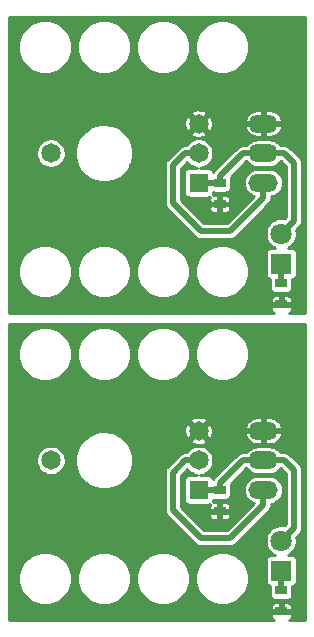
<source format=gbr>
G04 #@! TF.GenerationSoftware,KiCad,Pcbnew,(5.1.5)-3*
G04 #@! TF.CreationDate,2020-03-11T14:38:08+09:00*
G04 #@! TF.ProjectId,potentio,706f7465-6e74-4696-9f2e-6b696361645f,rev?*
G04 #@! TF.SameCoordinates,Original*
G04 #@! TF.FileFunction,Copper,L2,Bot*
G04 #@! TF.FilePolarity,Positive*
%FSLAX46Y46*%
G04 Gerber Fmt 4.6, Leading zero omitted, Abs format (unit mm)*
G04 Created by KiCad (PCBNEW (5.1.5)-3) date 2020-03-11 14:38:08*
%MOMM*%
%LPD*%
G04 APERTURE LIST*
%ADD10R,1.000000X0.800000*%
%ADD11C,1.650000*%
%ADD12R,1.650000X1.650000*%
%ADD13O,2.500000X1.500000*%
%ADD14C,1.800000*%
%ADD15R,1.800000X1.800000*%
%ADD16C,0.500000*%
%ADD17C,0.254000*%
G04 APERTURE END LIST*
D10*
X124300000Y-125500000D03*
X124300000Y-127300000D03*
X129500000Y-135800000D03*
X129500000Y-134000000D03*
D11*
X110000000Y-123000000D03*
X122500000Y-120500000D03*
X122500000Y-123000000D03*
D12*
X122500000Y-125500000D03*
D13*
X128000000Y-120500000D03*
X128000000Y-123000000D03*
X128000000Y-125500000D03*
D14*
X129500000Y-129800000D03*
D15*
X129500000Y-132340000D03*
D10*
X124300000Y-101300000D03*
X124300000Y-99500000D03*
D15*
X129500000Y-106340000D03*
D14*
X129500000Y-103800000D03*
D13*
X128000000Y-99500000D03*
X128000000Y-97000000D03*
X128000000Y-94500000D03*
D10*
X129500000Y-108000000D03*
X129500000Y-109800000D03*
D12*
X122500000Y-99500000D03*
D11*
X122500000Y-97000000D03*
X122500000Y-94500000D03*
X110000000Y-97000000D03*
D16*
X122500000Y-99500000D02*
X124300000Y-99500000D01*
X124300000Y-99500000D02*
X124400000Y-99500000D01*
X124300000Y-99500000D02*
X124500000Y-99500000D01*
X124300000Y-98950000D02*
X124300000Y-99500000D01*
X126250000Y-97000000D02*
X124300000Y-98950000D01*
X128000000Y-97000000D02*
X126250000Y-97000000D01*
X129750000Y-97000000D02*
X130600000Y-97850000D01*
X128000000Y-97000000D02*
X129750000Y-97000000D01*
X130600000Y-102700000D02*
X129500000Y-103800000D01*
X130600000Y-97850000D02*
X130600000Y-102700000D01*
X126250000Y-123000000D02*
X124300000Y-124950000D01*
X130600000Y-123850000D02*
X130600000Y-128700000D01*
X128000000Y-123000000D02*
X126250000Y-123000000D01*
X129750000Y-123000000D02*
X130600000Y-123850000D01*
X130600000Y-128700000D02*
X129500000Y-129800000D01*
X122500000Y-125500000D02*
X124300000Y-125500000D01*
X124300000Y-124950000D02*
X124300000Y-125500000D01*
X124300000Y-125500000D02*
X124400000Y-125500000D01*
X124300000Y-125500000D02*
X124500000Y-125500000D01*
X128000000Y-123000000D02*
X129750000Y-123000000D01*
X129500000Y-108000000D02*
X129500000Y-106340000D01*
X129500000Y-134000000D02*
X129500000Y-132340000D01*
X121333274Y-97000000D02*
X120300000Y-98033274D01*
X122500000Y-97000000D02*
X121333274Y-97000000D01*
X120300000Y-98033274D02*
X120300000Y-101200000D01*
X120300000Y-101200000D02*
X122700000Y-103600000D01*
X125150000Y-103600000D02*
X124200000Y-103600000D01*
X128000000Y-99500000D02*
X128000000Y-100750000D01*
X122700000Y-103600000D02*
X124200000Y-103600000D01*
X128000000Y-100750000D02*
X125150000Y-103600000D01*
X121333274Y-123000000D02*
X120300000Y-124033274D01*
X122500000Y-123000000D02*
X121333274Y-123000000D01*
X120300000Y-124033274D02*
X120300000Y-127200000D01*
X120300000Y-127200000D02*
X122700000Y-129600000D01*
X125150000Y-129600000D02*
X124200000Y-129600000D01*
X122700000Y-129600000D02*
X124200000Y-129600000D01*
X128000000Y-126750000D02*
X125150000Y-129600000D01*
X128000000Y-125500000D02*
X128000000Y-126750000D01*
D17*
G36*
X131548000Y-110548000D02*
G01*
X130148689Y-110548000D01*
X130210463Y-110514981D01*
X130267869Y-110467869D01*
X130314981Y-110410463D01*
X130349988Y-110344970D01*
X130371545Y-110273905D01*
X130378824Y-110200000D01*
X130377000Y-110017250D01*
X130282750Y-109923000D01*
X129623000Y-109923000D01*
X129623000Y-109943000D01*
X129377000Y-109943000D01*
X129377000Y-109923000D01*
X128717250Y-109923000D01*
X128623000Y-110017250D01*
X128621176Y-110200000D01*
X128628455Y-110273905D01*
X128650012Y-110344970D01*
X128685019Y-110410463D01*
X128732131Y-110467869D01*
X128789537Y-110514981D01*
X128851311Y-110548000D01*
X106452000Y-110548000D01*
X106452000Y-109400000D01*
X128621176Y-109400000D01*
X128623000Y-109582750D01*
X128717250Y-109677000D01*
X129377000Y-109677000D01*
X129377000Y-109117250D01*
X129623000Y-109117250D01*
X129623000Y-109677000D01*
X130282750Y-109677000D01*
X130377000Y-109582750D01*
X130378824Y-109400000D01*
X130371545Y-109326095D01*
X130349988Y-109255030D01*
X130314981Y-109189537D01*
X130267869Y-109132131D01*
X130210463Y-109085019D01*
X130144970Y-109050012D01*
X130073905Y-109028455D01*
X130000000Y-109021176D01*
X129717250Y-109023000D01*
X129623000Y-109117250D01*
X129377000Y-109117250D01*
X129282750Y-109023000D01*
X129000000Y-109021176D01*
X128926095Y-109028455D01*
X128855030Y-109050012D01*
X128789537Y-109085019D01*
X128732131Y-109132131D01*
X128685019Y-109189537D01*
X128650012Y-109255030D01*
X128628455Y-109326095D01*
X128621176Y-109400000D01*
X106452000Y-109400000D01*
X106452000Y-106777305D01*
X107238940Y-106777305D01*
X107238940Y-107222695D01*
X107325832Y-107659527D01*
X107496275Y-108071013D01*
X107743720Y-108441342D01*
X108058658Y-108756280D01*
X108428987Y-109003725D01*
X108840473Y-109174168D01*
X109277305Y-109261060D01*
X109722695Y-109261060D01*
X110159527Y-109174168D01*
X110571013Y-109003725D01*
X110941342Y-108756280D01*
X111256280Y-108441342D01*
X111503725Y-108071013D01*
X111674168Y-107659527D01*
X111761060Y-107222695D01*
X111761060Y-106777305D01*
X112238940Y-106777305D01*
X112238940Y-107222695D01*
X112325832Y-107659527D01*
X112496275Y-108071013D01*
X112743720Y-108441342D01*
X113058658Y-108756280D01*
X113428987Y-109003725D01*
X113840473Y-109174168D01*
X114277305Y-109261060D01*
X114722695Y-109261060D01*
X115159527Y-109174168D01*
X115571013Y-109003725D01*
X115941342Y-108756280D01*
X116256280Y-108441342D01*
X116503725Y-108071013D01*
X116674168Y-107659527D01*
X116761060Y-107222695D01*
X116761060Y-106777305D01*
X117238940Y-106777305D01*
X117238940Y-107222695D01*
X117325832Y-107659527D01*
X117496275Y-108071013D01*
X117743720Y-108441342D01*
X118058658Y-108756280D01*
X118428987Y-109003725D01*
X118840473Y-109174168D01*
X119277305Y-109261060D01*
X119722695Y-109261060D01*
X120159527Y-109174168D01*
X120571013Y-109003725D01*
X120941342Y-108756280D01*
X121256280Y-108441342D01*
X121503725Y-108071013D01*
X121674168Y-107659527D01*
X121761060Y-107222695D01*
X121761060Y-106777305D01*
X122238940Y-106777305D01*
X122238940Y-107222695D01*
X122325832Y-107659527D01*
X122496275Y-108071013D01*
X122743720Y-108441342D01*
X123058658Y-108756280D01*
X123428987Y-109003725D01*
X123840473Y-109174168D01*
X124277305Y-109261060D01*
X124722695Y-109261060D01*
X125159527Y-109174168D01*
X125571013Y-109003725D01*
X125941342Y-108756280D01*
X126256280Y-108441342D01*
X126503725Y-108071013D01*
X126674168Y-107659527D01*
X126761060Y-107222695D01*
X126761060Y-106777305D01*
X126674168Y-106340473D01*
X126503725Y-105928987D01*
X126256280Y-105558658D01*
X125941342Y-105243720D01*
X125571013Y-104996275D01*
X125159527Y-104825832D01*
X124722695Y-104738940D01*
X124277305Y-104738940D01*
X123840473Y-104825832D01*
X123428987Y-104996275D01*
X123058658Y-105243720D01*
X122743720Y-105558658D01*
X122496275Y-105928987D01*
X122325832Y-106340473D01*
X122238940Y-106777305D01*
X121761060Y-106777305D01*
X121674168Y-106340473D01*
X121503725Y-105928987D01*
X121256280Y-105558658D01*
X120941342Y-105243720D01*
X120571013Y-104996275D01*
X120159527Y-104825832D01*
X119722695Y-104738940D01*
X119277305Y-104738940D01*
X118840473Y-104825832D01*
X118428987Y-104996275D01*
X118058658Y-105243720D01*
X117743720Y-105558658D01*
X117496275Y-105928987D01*
X117325832Y-106340473D01*
X117238940Y-106777305D01*
X116761060Y-106777305D01*
X116674168Y-106340473D01*
X116503725Y-105928987D01*
X116256280Y-105558658D01*
X115941342Y-105243720D01*
X115571013Y-104996275D01*
X115159527Y-104825832D01*
X114722695Y-104738940D01*
X114277305Y-104738940D01*
X113840473Y-104825832D01*
X113428987Y-104996275D01*
X113058658Y-105243720D01*
X112743720Y-105558658D01*
X112496275Y-105928987D01*
X112325832Y-106340473D01*
X112238940Y-106777305D01*
X111761060Y-106777305D01*
X111674168Y-106340473D01*
X111503725Y-105928987D01*
X111256280Y-105558658D01*
X110941342Y-105243720D01*
X110571013Y-104996275D01*
X110159527Y-104825832D01*
X109722695Y-104738940D01*
X109277305Y-104738940D01*
X108840473Y-104825832D01*
X108428987Y-104996275D01*
X108058658Y-105243720D01*
X107743720Y-105558658D01*
X107496275Y-105928987D01*
X107325832Y-106340473D01*
X107238940Y-106777305D01*
X106452000Y-106777305D01*
X106452000Y-96876689D01*
X108748000Y-96876689D01*
X108748000Y-97123311D01*
X108796114Y-97365195D01*
X108890492Y-97593044D01*
X109027508Y-97798104D01*
X109201896Y-97972492D01*
X109406956Y-98109508D01*
X109634805Y-98203886D01*
X109876689Y-98252000D01*
X110123311Y-98252000D01*
X110365195Y-98203886D01*
X110593044Y-98109508D01*
X110798104Y-97972492D01*
X110972492Y-97798104D01*
X111109508Y-97593044D01*
X111203886Y-97365195D01*
X111252000Y-97123311D01*
X111252000Y-96876689D01*
X111228332Y-96757702D01*
X112039903Y-96757702D01*
X112039903Y-97242298D01*
X112134443Y-97717584D01*
X112319891Y-98165293D01*
X112589118Y-98568220D01*
X112931780Y-98910882D01*
X113334707Y-99180109D01*
X113782416Y-99365557D01*
X114257702Y-99460097D01*
X114742298Y-99460097D01*
X115217584Y-99365557D01*
X115665293Y-99180109D01*
X116068220Y-98910882D01*
X116410882Y-98568220D01*
X116680109Y-98165293D01*
X116734793Y-98033274D01*
X119619726Y-98033274D01*
X119623000Y-98066519D01*
X119623001Y-101166746D01*
X119619726Y-101200000D01*
X119632796Y-101332714D01*
X119671508Y-101460329D01*
X119734372Y-101577940D01*
X119797776Y-101655198D01*
X119797779Y-101655201D01*
X119818974Y-101681027D01*
X119844800Y-101702222D01*
X122197778Y-104055201D01*
X122218973Y-104081027D01*
X122244799Y-104102222D01*
X122244801Y-104102224D01*
X122322059Y-104165628D01*
X122439670Y-104228492D01*
X122567285Y-104267204D01*
X122700000Y-104280275D01*
X122733252Y-104277000D01*
X125116755Y-104277000D01*
X125150000Y-104280274D01*
X125183245Y-104277000D01*
X125183252Y-104277000D01*
X125282715Y-104267204D01*
X125410330Y-104228492D01*
X125527941Y-104165628D01*
X125631027Y-104081027D01*
X125652226Y-104055196D01*
X128455201Y-101252222D01*
X128481027Y-101231027D01*
X128506491Y-101200000D01*
X128565628Y-101127941D01*
X128628492Y-101010330D01*
X128667204Y-100882715D01*
X128680275Y-100750000D01*
X128677000Y-100716748D01*
X128677000Y-100665261D01*
X128730732Y-100659969D01*
X128952597Y-100592667D01*
X129157070Y-100483374D01*
X129336291Y-100336291D01*
X129483374Y-100157070D01*
X129592667Y-99952597D01*
X129659969Y-99730732D01*
X129682694Y-99500000D01*
X129659969Y-99269268D01*
X129592667Y-99047403D01*
X129483374Y-98842930D01*
X129336291Y-98663709D01*
X129157070Y-98516626D01*
X128952597Y-98407333D01*
X128730732Y-98340031D01*
X128557812Y-98323000D01*
X127442188Y-98323000D01*
X127269268Y-98340031D01*
X127047403Y-98407333D01*
X126842930Y-98516626D01*
X126663709Y-98663709D01*
X126516626Y-98842930D01*
X126407333Y-99047403D01*
X126340031Y-99269268D01*
X126317306Y-99500000D01*
X126340031Y-99730732D01*
X126407333Y-99952597D01*
X126516626Y-100157070D01*
X126663709Y-100336291D01*
X126842930Y-100483374D01*
X127047403Y-100592667D01*
X127164415Y-100628162D01*
X124869578Y-102923000D01*
X122980423Y-102923000D01*
X121757423Y-101700000D01*
X123421176Y-101700000D01*
X123428455Y-101773905D01*
X123450012Y-101844970D01*
X123485019Y-101910463D01*
X123532131Y-101967869D01*
X123589537Y-102014981D01*
X123655030Y-102049988D01*
X123726095Y-102071545D01*
X123800000Y-102078824D01*
X124082750Y-102077000D01*
X124177000Y-101982750D01*
X124177000Y-101423000D01*
X124423000Y-101423000D01*
X124423000Y-101982750D01*
X124517250Y-102077000D01*
X124800000Y-102078824D01*
X124873905Y-102071545D01*
X124944970Y-102049988D01*
X125010463Y-102014981D01*
X125067869Y-101967869D01*
X125114981Y-101910463D01*
X125149988Y-101844970D01*
X125171545Y-101773905D01*
X125178824Y-101700000D01*
X125177000Y-101517250D01*
X125082750Y-101423000D01*
X124423000Y-101423000D01*
X124177000Y-101423000D01*
X123517250Y-101423000D01*
X123423000Y-101517250D01*
X123421176Y-101700000D01*
X121757423Y-101700000D01*
X120977000Y-100919578D01*
X120977000Y-98313696D01*
X121513523Y-97777173D01*
X121527508Y-97798104D01*
X121701896Y-97972492D01*
X121906956Y-98109508D01*
X122134805Y-98203886D01*
X122346193Y-98245934D01*
X121675000Y-98245934D01*
X121591293Y-98254178D01*
X121510804Y-98278595D01*
X121436624Y-98318245D01*
X121371605Y-98371605D01*
X121318245Y-98436624D01*
X121278595Y-98510804D01*
X121254178Y-98591293D01*
X121245934Y-98675000D01*
X121245934Y-100325000D01*
X121254178Y-100408707D01*
X121278595Y-100489196D01*
X121318245Y-100563376D01*
X121371605Y-100628395D01*
X121436624Y-100681755D01*
X121510804Y-100721405D01*
X121591293Y-100745822D01*
X121675000Y-100754066D01*
X123325000Y-100754066D01*
X123408707Y-100745822D01*
X123463880Y-100729085D01*
X123450012Y-100755030D01*
X123428455Y-100826095D01*
X123421176Y-100900000D01*
X123423000Y-101082750D01*
X123517250Y-101177000D01*
X124177000Y-101177000D01*
X124177000Y-100617250D01*
X124423000Y-100617250D01*
X124423000Y-101177000D01*
X125082750Y-101177000D01*
X125177000Y-101082750D01*
X125178824Y-100900000D01*
X125171545Y-100826095D01*
X125149988Y-100755030D01*
X125114981Y-100689537D01*
X125067869Y-100632131D01*
X125010463Y-100585019D01*
X124944970Y-100550012D01*
X124873905Y-100528455D01*
X124800000Y-100521176D01*
X124517250Y-100523000D01*
X124423000Y-100617250D01*
X124177000Y-100617250D01*
X124082750Y-100523000D01*
X123800000Y-100521176D01*
X123726095Y-100528455D01*
X123695452Y-100537750D01*
X123721405Y-100489196D01*
X123745822Y-100408707D01*
X123754066Y-100325000D01*
X123754066Y-100324542D01*
X123800000Y-100329066D01*
X124800000Y-100329066D01*
X124883707Y-100320822D01*
X124964196Y-100296405D01*
X125038376Y-100256755D01*
X125103395Y-100203395D01*
X125156755Y-100138376D01*
X125196405Y-100064196D01*
X125220822Y-99983707D01*
X125229066Y-99900000D01*
X125229066Y-99100000D01*
X125220822Y-99016293D01*
X125213911Y-98993511D01*
X126530422Y-97677000D01*
X126532982Y-97677000D01*
X126663709Y-97836291D01*
X126842930Y-97983374D01*
X127047403Y-98092667D01*
X127269268Y-98159969D01*
X127442188Y-98177000D01*
X128557812Y-98177000D01*
X128730732Y-98159969D01*
X128952597Y-98092667D01*
X129157070Y-97983374D01*
X129336291Y-97836291D01*
X129467018Y-97677000D01*
X129469578Y-97677000D01*
X129923000Y-98130423D01*
X129923001Y-102419576D01*
X129829945Y-102512633D01*
X129630698Y-102473000D01*
X129369302Y-102473000D01*
X129112928Y-102523996D01*
X128871430Y-102624028D01*
X128654087Y-102769252D01*
X128469252Y-102954087D01*
X128324028Y-103171430D01*
X128223996Y-103412928D01*
X128173000Y-103669302D01*
X128173000Y-103930698D01*
X128223996Y-104187072D01*
X128324028Y-104428570D01*
X128469252Y-104645913D01*
X128654087Y-104830748D01*
X128871430Y-104975972D01*
X128955836Y-105010934D01*
X128600000Y-105010934D01*
X128516293Y-105019178D01*
X128435804Y-105043595D01*
X128361624Y-105083245D01*
X128296605Y-105136605D01*
X128243245Y-105201624D01*
X128203595Y-105275804D01*
X128179178Y-105356293D01*
X128170934Y-105440000D01*
X128170934Y-107240000D01*
X128179178Y-107323707D01*
X128203595Y-107404196D01*
X128243245Y-107478376D01*
X128296605Y-107543395D01*
X128361624Y-107596755D01*
X128435804Y-107636405D01*
X128516293Y-107660822D01*
X128570934Y-107666203D01*
X128570934Y-108400000D01*
X128579178Y-108483707D01*
X128603595Y-108564196D01*
X128643245Y-108638376D01*
X128696605Y-108703395D01*
X128761624Y-108756755D01*
X128835804Y-108796405D01*
X128916293Y-108820822D01*
X129000000Y-108829066D01*
X130000000Y-108829066D01*
X130083707Y-108820822D01*
X130164196Y-108796405D01*
X130238376Y-108756755D01*
X130303395Y-108703395D01*
X130356755Y-108638376D01*
X130396405Y-108564196D01*
X130420822Y-108483707D01*
X130429066Y-108400000D01*
X130429066Y-107666203D01*
X130483707Y-107660822D01*
X130564196Y-107636405D01*
X130638376Y-107596755D01*
X130703395Y-107543395D01*
X130756755Y-107478376D01*
X130796405Y-107404196D01*
X130820822Y-107323707D01*
X130829066Y-107240000D01*
X130829066Y-105440000D01*
X130820822Y-105356293D01*
X130796405Y-105275804D01*
X130756755Y-105201624D01*
X130703395Y-105136605D01*
X130638376Y-105083245D01*
X130564196Y-105043595D01*
X130483707Y-105019178D01*
X130400000Y-105010934D01*
X130044164Y-105010934D01*
X130128570Y-104975972D01*
X130345913Y-104830748D01*
X130530748Y-104645913D01*
X130675972Y-104428570D01*
X130776004Y-104187072D01*
X130827000Y-103930698D01*
X130827000Y-103669302D01*
X130787367Y-103470055D01*
X131055201Y-103202222D01*
X131081027Y-103181027D01*
X131110757Y-103144802D01*
X131165628Y-103077941D01*
X131228492Y-102960330D01*
X131267204Y-102832715D01*
X131273454Y-102769252D01*
X131277000Y-102733252D01*
X131277000Y-102733245D01*
X131280274Y-102700000D01*
X131277000Y-102666755D01*
X131277000Y-97883252D01*
X131280275Y-97850000D01*
X131267204Y-97717285D01*
X131228492Y-97589670D01*
X131165628Y-97472059D01*
X131102224Y-97394801D01*
X131102218Y-97394795D01*
X131081026Y-97368973D01*
X131055205Y-97347782D01*
X130252226Y-96544804D01*
X130231027Y-96518973D01*
X130127941Y-96434372D01*
X130010330Y-96371508D01*
X129882715Y-96332796D01*
X129783252Y-96323000D01*
X129783245Y-96323000D01*
X129750000Y-96319726D01*
X129716755Y-96323000D01*
X129467018Y-96323000D01*
X129336291Y-96163709D01*
X129157070Y-96016626D01*
X128952597Y-95907333D01*
X128730732Y-95840031D01*
X128557812Y-95823000D01*
X127442188Y-95823000D01*
X127269268Y-95840031D01*
X127047403Y-95907333D01*
X126842930Y-96016626D01*
X126663709Y-96163709D01*
X126532982Y-96323000D01*
X126283241Y-96323000D01*
X126249999Y-96319726D01*
X126216757Y-96323000D01*
X126216748Y-96323000D01*
X126117285Y-96332796D01*
X125989670Y-96371508D01*
X125872059Y-96434372D01*
X125768973Y-96518973D01*
X125747774Y-96544804D01*
X123844800Y-98447778D01*
X123818973Y-98468974D01*
X123797778Y-98494800D01*
X123797776Y-98494802D01*
X123781774Y-98514301D01*
X123738472Y-98567064D01*
X123721405Y-98510804D01*
X123681755Y-98436624D01*
X123628395Y-98371605D01*
X123563376Y-98318245D01*
X123489196Y-98278595D01*
X123408707Y-98254178D01*
X123325000Y-98245934D01*
X122653807Y-98245934D01*
X122865195Y-98203886D01*
X123093044Y-98109508D01*
X123298104Y-97972492D01*
X123472492Y-97798104D01*
X123609508Y-97593044D01*
X123703886Y-97365195D01*
X123752000Y-97123311D01*
X123752000Y-96876689D01*
X123703886Y-96634805D01*
X123609508Y-96406956D01*
X123472492Y-96201896D01*
X123298104Y-96027508D01*
X123093044Y-95890492D01*
X122865195Y-95796114D01*
X122623311Y-95748000D01*
X122376689Y-95748000D01*
X122134805Y-95796114D01*
X121906956Y-95890492D01*
X121701896Y-96027508D01*
X121527508Y-96201896D01*
X121446589Y-96323000D01*
X121366515Y-96323000D01*
X121333273Y-96319726D01*
X121300031Y-96323000D01*
X121300022Y-96323000D01*
X121200559Y-96332796D01*
X121072944Y-96371508D01*
X120955333Y-96434372D01*
X120852247Y-96518973D01*
X120831048Y-96544804D01*
X119844800Y-97531052D01*
X119818973Y-97552248D01*
X119797778Y-97578074D01*
X119797776Y-97578076D01*
X119785492Y-97593044D01*
X119734372Y-97655334D01*
X119671508Y-97772945D01*
X119632796Y-97900560D01*
X119623000Y-98000023D01*
X119623000Y-98000029D01*
X119619726Y-98033274D01*
X116734793Y-98033274D01*
X116865557Y-97717584D01*
X116960097Y-97242298D01*
X116960097Y-96757702D01*
X116865557Y-96282416D01*
X116680109Y-95834707D01*
X116410882Y-95431780D01*
X116348668Y-95369566D01*
X121804382Y-95369566D01*
X121893263Y-95544361D01*
X122108666Y-95642663D01*
X122339108Y-95697053D01*
X122575733Y-95705440D01*
X122809448Y-95667503D01*
X123031270Y-95584700D01*
X123106737Y-95544361D01*
X123195618Y-95369566D01*
X122500000Y-94673948D01*
X121804382Y-95369566D01*
X116348668Y-95369566D01*
X116068220Y-95089118D01*
X115665293Y-94819891D01*
X115217584Y-94634443D01*
X114922429Y-94575733D01*
X121294560Y-94575733D01*
X121332497Y-94809448D01*
X121415300Y-95031270D01*
X121455639Y-95106737D01*
X121630434Y-95195618D01*
X122326052Y-94500000D01*
X122673948Y-94500000D01*
X123369566Y-95195618D01*
X123544361Y-95106737D01*
X123642663Y-94891334D01*
X123664990Y-94796734D01*
X126412766Y-94796734D01*
X126494599Y-95023857D01*
X126616117Y-95209935D01*
X126771602Y-95368731D01*
X126955079Y-95494142D01*
X127159497Y-95581349D01*
X127377000Y-95627000D01*
X127877000Y-95627000D01*
X127877000Y-94623000D01*
X128123000Y-94623000D01*
X128123000Y-95627000D01*
X128623000Y-95627000D01*
X128840503Y-95581349D01*
X129044921Y-95494142D01*
X129228398Y-95368731D01*
X129383883Y-95209935D01*
X129505401Y-95023857D01*
X129587234Y-94796734D01*
X129525399Y-94623000D01*
X128123000Y-94623000D01*
X127877000Y-94623000D01*
X126474601Y-94623000D01*
X126412766Y-94796734D01*
X123664990Y-94796734D01*
X123697053Y-94660892D01*
X123705440Y-94424267D01*
X123669567Y-94203266D01*
X126412766Y-94203266D01*
X126474601Y-94377000D01*
X127877000Y-94377000D01*
X127877000Y-93373000D01*
X128123000Y-93373000D01*
X128123000Y-94377000D01*
X129525399Y-94377000D01*
X129587234Y-94203266D01*
X129505401Y-93976143D01*
X129383883Y-93790065D01*
X129228398Y-93631269D01*
X129044921Y-93505858D01*
X128840503Y-93418651D01*
X128623000Y-93373000D01*
X128123000Y-93373000D01*
X127877000Y-93373000D01*
X127377000Y-93373000D01*
X127159497Y-93418651D01*
X126955079Y-93505858D01*
X126771602Y-93631269D01*
X126616117Y-93790065D01*
X126494599Y-93976143D01*
X126412766Y-94203266D01*
X123669567Y-94203266D01*
X123667503Y-94190552D01*
X123584700Y-93968730D01*
X123544361Y-93893263D01*
X123369566Y-93804382D01*
X122673948Y-94500000D01*
X122326052Y-94500000D01*
X121630434Y-93804382D01*
X121455639Y-93893263D01*
X121357337Y-94108666D01*
X121302947Y-94339108D01*
X121294560Y-94575733D01*
X114922429Y-94575733D01*
X114742298Y-94539903D01*
X114257702Y-94539903D01*
X113782416Y-94634443D01*
X113334707Y-94819891D01*
X112931780Y-95089118D01*
X112589118Y-95431780D01*
X112319891Y-95834707D01*
X112134443Y-96282416D01*
X112039903Y-96757702D01*
X111228332Y-96757702D01*
X111203886Y-96634805D01*
X111109508Y-96406956D01*
X110972492Y-96201896D01*
X110798104Y-96027508D01*
X110593044Y-95890492D01*
X110365195Y-95796114D01*
X110123311Y-95748000D01*
X109876689Y-95748000D01*
X109634805Y-95796114D01*
X109406956Y-95890492D01*
X109201896Y-96027508D01*
X109027508Y-96201896D01*
X108890492Y-96406956D01*
X108796114Y-96634805D01*
X108748000Y-96876689D01*
X106452000Y-96876689D01*
X106452000Y-93630434D01*
X121804382Y-93630434D01*
X122500000Y-94326052D01*
X123195618Y-93630434D01*
X123106737Y-93455639D01*
X122891334Y-93357337D01*
X122660892Y-93302947D01*
X122424267Y-93294560D01*
X122190552Y-93332497D01*
X121968730Y-93415300D01*
X121893263Y-93455639D01*
X121804382Y-93630434D01*
X106452000Y-93630434D01*
X106452000Y-87777305D01*
X107238940Y-87777305D01*
X107238940Y-88222695D01*
X107325832Y-88659527D01*
X107496275Y-89071013D01*
X107743720Y-89441342D01*
X108058658Y-89756280D01*
X108428987Y-90003725D01*
X108840473Y-90174168D01*
X109277305Y-90261060D01*
X109722695Y-90261060D01*
X110159527Y-90174168D01*
X110571013Y-90003725D01*
X110941342Y-89756280D01*
X111256280Y-89441342D01*
X111503725Y-89071013D01*
X111674168Y-88659527D01*
X111761060Y-88222695D01*
X111761060Y-87777305D01*
X112238940Y-87777305D01*
X112238940Y-88222695D01*
X112325832Y-88659527D01*
X112496275Y-89071013D01*
X112743720Y-89441342D01*
X113058658Y-89756280D01*
X113428987Y-90003725D01*
X113840473Y-90174168D01*
X114277305Y-90261060D01*
X114722695Y-90261060D01*
X115159527Y-90174168D01*
X115571013Y-90003725D01*
X115941342Y-89756280D01*
X116256280Y-89441342D01*
X116503725Y-89071013D01*
X116674168Y-88659527D01*
X116761060Y-88222695D01*
X116761060Y-87777305D01*
X117238940Y-87777305D01*
X117238940Y-88222695D01*
X117325832Y-88659527D01*
X117496275Y-89071013D01*
X117743720Y-89441342D01*
X118058658Y-89756280D01*
X118428987Y-90003725D01*
X118840473Y-90174168D01*
X119277305Y-90261060D01*
X119722695Y-90261060D01*
X120159527Y-90174168D01*
X120571013Y-90003725D01*
X120941342Y-89756280D01*
X121256280Y-89441342D01*
X121503725Y-89071013D01*
X121674168Y-88659527D01*
X121761060Y-88222695D01*
X121761060Y-87777305D01*
X122238940Y-87777305D01*
X122238940Y-88222695D01*
X122325832Y-88659527D01*
X122496275Y-89071013D01*
X122743720Y-89441342D01*
X123058658Y-89756280D01*
X123428987Y-90003725D01*
X123840473Y-90174168D01*
X124277305Y-90261060D01*
X124722695Y-90261060D01*
X125159527Y-90174168D01*
X125571013Y-90003725D01*
X125941342Y-89756280D01*
X126256280Y-89441342D01*
X126503725Y-89071013D01*
X126674168Y-88659527D01*
X126761060Y-88222695D01*
X126761060Y-87777305D01*
X126674168Y-87340473D01*
X126503725Y-86928987D01*
X126256280Y-86558658D01*
X125941342Y-86243720D01*
X125571013Y-85996275D01*
X125159527Y-85825832D01*
X124722695Y-85738940D01*
X124277305Y-85738940D01*
X123840473Y-85825832D01*
X123428987Y-85996275D01*
X123058658Y-86243720D01*
X122743720Y-86558658D01*
X122496275Y-86928987D01*
X122325832Y-87340473D01*
X122238940Y-87777305D01*
X121761060Y-87777305D01*
X121674168Y-87340473D01*
X121503725Y-86928987D01*
X121256280Y-86558658D01*
X120941342Y-86243720D01*
X120571013Y-85996275D01*
X120159527Y-85825832D01*
X119722695Y-85738940D01*
X119277305Y-85738940D01*
X118840473Y-85825832D01*
X118428987Y-85996275D01*
X118058658Y-86243720D01*
X117743720Y-86558658D01*
X117496275Y-86928987D01*
X117325832Y-87340473D01*
X117238940Y-87777305D01*
X116761060Y-87777305D01*
X116674168Y-87340473D01*
X116503725Y-86928987D01*
X116256280Y-86558658D01*
X115941342Y-86243720D01*
X115571013Y-85996275D01*
X115159527Y-85825832D01*
X114722695Y-85738940D01*
X114277305Y-85738940D01*
X113840473Y-85825832D01*
X113428987Y-85996275D01*
X113058658Y-86243720D01*
X112743720Y-86558658D01*
X112496275Y-86928987D01*
X112325832Y-87340473D01*
X112238940Y-87777305D01*
X111761060Y-87777305D01*
X111674168Y-87340473D01*
X111503725Y-86928987D01*
X111256280Y-86558658D01*
X110941342Y-86243720D01*
X110571013Y-85996275D01*
X110159527Y-85825832D01*
X109722695Y-85738940D01*
X109277305Y-85738940D01*
X108840473Y-85825832D01*
X108428987Y-85996275D01*
X108058658Y-86243720D01*
X107743720Y-86558658D01*
X107496275Y-86928987D01*
X107325832Y-87340473D01*
X107238940Y-87777305D01*
X106452000Y-87777305D01*
X106452000Y-85452000D01*
X131548001Y-85452000D01*
X131548000Y-110548000D01*
G37*
X131548000Y-110548000D02*
X130148689Y-110548000D01*
X130210463Y-110514981D01*
X130267869Y-110467869D01*
X130314981Y-110410463D01*
X130349988Y-110344970D01*
X130371545Y-110273905D01*
X130378824Y-110200000D01*
X130377000Y-110017250D01*
X130282750Y-109923000D01*
X129623000Y-109923000D01*
X129623000Y-109943000D01*
X129377000Y-109943000D01*
X129377000Y-109923000D01*
X128717250Y-109923000D01*
X128623000Y-110017250D01*
X128621176Y-110200000D01*
X128628455Y-110273905D01*
X128650012Y-110344970D01*
X128685019Y-110410463D01*
X128732131Y-110467869D01*
X128789537Y-110514981D01*
X128851311Y-110548000D01*
X106452000Y-110548000D01*
X106452000Y-109400000D01*
X128621176Y-109400000D01*
X128623000Y-109582750D01*
X128717250Y-109677000D01*
X129377000Y-109677000D01*
X129377000Y-109117250D01*
X129623000Y-109117250D01*
X129623000Y-109677000D01*
X130282750Y-109677000D01*
X130377000Y-109582750D01*
X130378824Y-109400000D01*
X130371545Y-109326095D01*
X130349988Y-109255030D01*
X130314981Y-109189537D01*
X130267869Y-109132131D01*
X130210463Y-109085019D01*
X130144970Y-109050012D01*
X130073905Y-109028455D01*
X130000000Y-109021176D01*
X129717250Y-109023000D01*
X129623000Y-109117250D01*
X129377000Y-109117250D01*
X129282750Y-109023000D01*
X129000000Y-109021176D01*
X128926095Y-109028455D01*
X128855030Y-109050012D01*
X128789537Y-109085019D01*
X128732131Y-109132131D01*
X128685019Y-109189537D01*
X128650012Y-109255030D01*
X128628455Y-109326095D01*
X128621176Y-109400000D01*
X106452000Y-109400000D01*
X106452000Y-106777305D01*
X107238940Y-106777305D01*
X107238940Y-107222695D01*
X107325832Y-107659527D01*
X107496275Y-108071013D01*
X107743720Y-108441342D01*
X108058658Y-108756280D01*
X108428987Y-109003725D01*
X108840473Y-109174168D01*
X109277305Y-109261060D01*
X109722695Y-109261060D01*
X110159527Y-109174168D01*
X110571013Y-109003725D01*
X110941342Y-108756280D01*
X111256280Y-108441342D01*
X111503725Y-108071013D01*
X111674168Y-107659527D01*
X111761060Y-107222695D01*
X111761060Y-106777305D01*
X112238940Y-106777305D01*
X112238940Y-107222695D01*
X112325832Y-107659527D01*
X112496275Y-108071013D01*
X112743720Y-108441342D01*
X113058658Y-108756280D01*
X113428987Y-109003725D01*
X113840473Y-109174168D01*
X114277305Y-109261060D01*
X114722695Y-109261060D01*
X115159527Y-109174168D01*
X115571013Y-109003725D01*
X115941342Y-108756280D01*
X116256280Y-108441342D01*
X116503725Y-108071013D01*
X116674168Y-107659527D01*
X116761060Y-107222695D01*
X116761060Y-106777305D01*
X117238940Y-106777305D01*
X117238940Y-107222695D01*
X117325832Y-107659527D01*
X117496275Y-108071013D01*
X117743720Y-108441342D01*
X118058658Y-108756280D01*
X118428987Y-109003725D01*
X118840473Y-109174168D01*
X119277305Y-109261060D01*
X119722695Y-109261060D01*
X120159527Y-109174168D01*
X120571013Y-109003725D01*
X120941342Y-108756280D01*
X121256280Y-108441342D01*
X121503725Y-108071013D01*
X121674168Y-107659527D01*
X121761060Y-107222695D01*
X121761060Y-106777305D01*
X122238940Y-106777305D01*
X122238940Y-107222695D01*
X122325832Y-107659527D01*
X122496275Y-108071013D01*
X122743720Y-108441342D01*
X123058658Y-108756280D01*
X123428987Y-109003725D01*
X123840473Y-109174168D01*
X124277305Y-109261060D01*
X124722695Y-109261060D01*
X125159527Y-109174168D01*
X125571013Y-109003725D01*
X125941342Y-108756280D01*
X126256280Y-108441342D01*
X126503725Y-108071013D01*
X126674168Y-107659527D01*
X126761060Y-107222695D01*
X126761060Y-106777305D01*
X126674168Y-106340473D01*
X126503725Y-105928987D01*
X126256280Y-105558658D01*
X125941342Y-105243720D01*
X125571013Y-104996275D01*
X125159527Y-104825832D01*
X124722695Y-104738940D01*
X124277305Y-104738940D01*
X123840473Y-104825832D01*
X123428987Y-104996275D01*
X123058658Y-105243720D01*
X122743720Y-105558658D01*
X122496275Y-105928987D01*
X122325832Y-106340473D01*
X122238940Y-106777305D01*
X121761060Y-106777305D01*
X121674168Y-106340473D01*
X121503725Y-105928987D01*
X121256280Y-105558658D01*
X120941342Y-105243720D01*
X120571013Y-104996275D01*
X120159527Y-104825832D01*
X119722695Y-104738940D01*
X119277305Y-104738940D01*
X118840473Y-104825832D01*
X118428987Y-104996275D01*
X118058658Y-105243720D01*
X117743720Y-105558658D01*
X117496275Y-105928987D01*
X117325832Y-106340473D01*
X117238940Y-106777305D01*
X116761060Y-106777305D01*
X116674168Y-106340473D01*
X116503725Y-105928987D01*
X116256280Y-105558658D01*
X115941342Y-105243720D01*
X115571013Y-104996275D01*
X115159527Y-104825832D01*
X114722695Y-104738940D01*
X114277305Y-104738940D01*
X113840473Y-104825832D01*
X113428987Y-104996275D01*
X113058658Y-105243720D01*
X112743720Y-105558658D01*
X112496275Y-105928987D01*
X112325832Y-106340473D01*
X112238940Y-106777305D01*
X111761060Y-106777305D01*
X111674168Y-106340473D01*
X111503725Y-105928987D01*
X111256280Y-105558658D01*
X110941342Y-105243720D01*
X110571013Y-104996275D01*
X110159527Y-104825832D01*
X109722695Y-104738940D01*
X109277305Y-104738940D01*
X108840473Y-104825832D01*
X108428987Y-104996275D01*
X108058658Y-105243720D01*
X107743720Y-105558658D01*
X107496275Y-105928987D01*
X107325832Y-106340473D01*
X107238940Y-106777305D01*
X106452000Y-106777305D01*
X106452000Y-96876689D01*
X108748000Y-96876689D01*
X108748000Y-97123311D01*
X108796114Y-97365195D01*
X108890492Y-97593044D01*
X109027508Y-97798104D01*
X109201896Y-97972492D01*
X109406956Y-98109508D01*
X109634805Y-98203886D01*
X109876689Y-98252000D01*
X110123311Y-98252000D01*
X110365195Y-98203886D01*
X110593044Y-98109508D01*
X110798104Y-97972492D01*
X110972492Y-97798104D01*
X111109508Y-97593044D01*
X111203886Y-97365195D01*
X111252000Y-97123311D01*
X111252000Y-96876689D01*
X111228332Y-96757702D01*
X112039903Y-96757702D01*
X112039903Y-97242298D01*
X112134443Y-97717584D01*
X112319891Y-98165293D01*
X112589118Y-98568220D01*
X112931780Y-98910882D01*
X113334707Y-99180109D01*
X113782416Y-99365557D01*
X114257702Y-99460097D01*
X114742298Y-99460097D01*
X115217584Y-99365557D01*
X115665293Y-99180109D01*
X116068220Y-98910882D01*
X116410882Y-98568220D01*
X116680109Y-98165293D01*
X116734793Y-98033274D01*
X119619726Y-98033274D01*
X119623000Y-98066519D01*
X119623001Y-101166746D01*
X119619726Y-101200000D01*
X119632796Y-101332714D01*
X119671508Y-101460329D01*
X119734372Y-101577940D01*
X119797776Y-101655198D01*
X119797779Y-101655201D01*
X119818974Y-101681027D01*
X119844800Y-101702222D01*
X122197778Y-104055201D01*
X122218973Y-104081027D01*
X122244799Y-104102222D01*
X122244801Y-104102224D01*
X122322059Y-104165628D01*
X122439670Y-104228492D01*
X122567285Y-104267204D01*
X122700000Y-104280275D01*
X122733252Y-104277000D01*
X125116755Y-104277000D01*
X125150000Y-104280274D01*
X125183245Y-104277000D01*
X125183252Y-104277000D01*
X125282715Y-104267204D01*
X125410330Y-104228492D01*
X125527941Y-104165628D01*
X125631027Y-104081027D01*
X125652226Y-104055196D01*
X128455201Y-101252222D01*
X128481027Y-101231027D01*
X128506491Y-101200000D01*
X128565628Y-101127941D01*
X128628492Y-101010330D01*
X128667204Y-100882715D01*
X128680275Y-100750000D01*
X128677000Y-100716748D01*
X128677000Y-100665261D01*
X128730732Y-100659969D01*
X128952597Y-100592667D01*
X129157070Y-100483374D01*
X129336291Y-100336291D01*
X129483374Y-100157070D01*
X129592667Y-99952597D01*
X129659969Y-99730732D01*
X129682694Y-99500000D01*
X129659969Y-99269268D01*
X129592667Y-99047403D01*
X129483374Y-98842930D01*
X129336291Y-98663709D01*
X129157070Y-98516626D01*
X128952597Y-98407333D01*
X128730732Y-98340031D01*
X128557812Y-98323000D01*
X127442188Y-98323000D01*
X127269268Y-98340031D01*
X127047403Y-98407333D01*
X126842930Y-98516626D01*
X126663709Y-98663709D01*
X126516626Y-98842930D01*
X126407333Y-99047403D01*
X126340031Y-99269268D01*
X126317306Y-99500000D01*
X126340031Y-99730732D01*
X126407333Y-99952597D01*
X126516626Y-100157070D01*
X126663709Y-100336291D01*
X126842930Y-100483374D01*
X127047403Y-100592667D01*
X127164415Y-100628162D01*
X124869578Y-102923000D01*
X122980423Y-102923000D01*
X121757423Y-101700000D01*
X123421176Y-101700000D01*
X123428455Y-101773905D01*
X123450012Y-101844970D01*
X123485019Y-101910463D01*
X123532131Y-101967869D01*
X123589537Y-102014981D01*
X123655030Y-102049988D01*
X123726095Y-102071545D01*
X123800000Y-102078824D01*
X124082750Y-102077000D01*
X124177000Y-101982750D01*
X124177000Y-101423000D01*
X124423000Y-101423000D01*
X124423000Y-101982750D01*
X124517250Y-102077000D01*
X124800000Y-102078824D01*
X124873905Y-102071545D01*
X124944970Y-102049988D01*
X125010463Y-102014981D01*
X125067869Y-101967869D01*
X125114981Y-101910463D01*
X125149988Y-101844970D01*
X125171545Y-101773905D01*
X125178824Y-101700000D01*
X125177000Y-101517250D01*
X125082750Y-101423000D01*
X124423000Y-101423000D01*
X124177000Y-101423000D01*
X123517250Y-101423000D01*
X123423000Y-101517250D01*
X123421176Y-101700000D01*
X121757423Y-101700000D01*
X120977000Y-100919578D01*
X120977000Y-98313696D01*
X121513523Y-97777173D01*
X121527508Y-97798104D01*
X121701896Y-97972492D01*
X121906956Y-98109508D01*
X122134805Y-98203886D01*
X122346193Y-98245934D01*
X121675000Y-98245934D01*
X121591293Y-98254178D01*
X121510804Y-98278595D01*
X121436624Y-98318245D01*
X121371605Y-98371605D01*
X121318245Y-98436624D01*
X121278595Y-98510804D01*
X121254178Y-98591293D01*
X121245934Y-98675000D01*
X121245934Y-100325000D01*
X121254178Y-100408707D01*
X121278595Y-100489196D01*
X121318245Y-100563376D01*
X121371605Y-100628395D01*
X121436624Y-100681755D01*
X121510804Y-100721405D01*
X121591293Y-100745822D01*
X121675000Y-100754066D01*
X123325000Y-100754066D01*
X123408707Y-100745822D01*
X123463880Y-100729085D01*
X123450012Y-100755030D01*
X123428455Y-100826095D01*
X123421176Y-100900000D01*
X123423000Y-101082750D01*
X123517250Y-101177000D01*
X124177000Y-101177000D01*
X124177000Y-100617250D01*
X124423000Y-100617250D01*
X124423000Y-101177000D01*
X125082750Y-101177000D01*
X125177000Y-101082750D01*
X125178824Y-100900000D01*
X125171545Y-100826095D01*
X125149988Y-100755030D01*
X125114981Y-100689537D01*
X125067869Y-100632131D01*
X125010463Y-100585019D01*
X124944970Y-100550012D01*
X124873905Y-100528455D01*
X124800000Y-100521176D01*
X124517250Y-100523000D01*
X124423000Y-100617250D01*
X124177000Y-100617250D01*
X124082750Y-100523000D01*
X123800000Y-100521176D01*
X123726095Y-100528455D01*
X123695452Y-100537750D01*
X123721405Y-100489196D01*
X123745822Y-100408707D01*
X123754066Y-100325000D01*
X123754066Y-100324542D01*
X123800000Y-100329066D01*
X124800000Y-100329066D01*
X124883707Y-100320822D01*
X124964196Y-100296405D01*
X125038376Y-100256755D01*
X125103395Y-100203395D01*
X125156755Y-100138376D01*
X125196405Y-100064196D01*
X125220822Y-99983707D01*
X125229066Y-99900000D01*
X125229066Y-99100000D01*
X125220822Y-99016293D01*
X125213911Y-98993511D01*
X126530422Y-97677000D01*
X126532982Y-97677000D01*
X126663709Y-97836291D01*
X126842930Y-97983374D01*
X127047403Y-98092667D01*
X127269268Y-98159969D01*
X127442188Y-98177000D01*
X128557812Y-98177000D01*
X128730732Y-98159969D01*
X128952597Y-98092667D01*
X129157070Y-97983374D01*
X129336291Y-97836291D01*
X129467018Y-97677000D01*
X129469578Y-97677000D01*
X129923000Y-98130423D01*
X129923001Y-102419576D01*
X129829945Y-102512633D01*
X129630698Y-102473000D01*
X129369302Y-102473000D01*
X129112928Y-102523996D01*
X128871430Y-102624028D01*
X128654087Y-102769252D01*
X128469252Y-102954087D01*
X128324028Y-103171430D01*
X128223996Y-103412928D01*
X128173000Y-103669302D01*
X128173000Y-103930698D01*
X128223996Y-104187072D01*
X128324028Y-104428570D01*
X128469252Y-104645913D01*
X128654087Y-104830748D01*
X128871430Y-104975972D01*
X128955836Y-105010934D01*
X128600000Y-105010934D01*
X128516293Y-105019178D01*
X128435804Y-105043595D01*
X128361624Y-105083245D01*
X128296605Y-105136605D01*
X128243245Y-105201624D01*
X128203595Y-105275804D01*
X128179178Y-105356293D01*
X128170934Y-105440000D01*
X128170934Y-107240000D01*
X128179178Y-107323707D01*
X128203595Y-107404196D01*
X128243245Y-107478376D01*
X128296605Y-107543395D01*
X128361624Y-107596755D01*
X128435804Y-107636405D01*
X128516293Y-107660822D01*
X128570934Y-107666203D01*
X128570934Y-108400000D01*
X128579178Y-108483707D01*
X128603595Y-108564196D01*
X128643245Y-108638376D01*
X128696605Y-108703395D01*
X128761624Y-108756755D01*
X128835804Y-108796405D01*
X128916293Y-108820822D01*
X129000000Y-108829066D01*
X130000000Y-108829066D01*
X130083707Y-108820822D01*
X130164196Y-108796405D01*
X130238376Y-108756755D01*
X130303395Y-108703395D01*
X130356755Y-108638376D01*
X130396405Y-108564196D01*
X130420822Y-108483707D01*
X130429066Y-108400000D01*
X130429066Y-107666203D01*
X130483707Y-107660822D01*
X130564196Y-107636405D01*
X130638376Y-107596755D01*
X130703395Y-107543395D01*
X130756755Y-107478376D01*
X130796405Y-107404196D01*
X130820822Y-107323707D01*
X130829066Y-107240000D01*
X130829066Y-105440000D01*
X130820822Y-105356293D01*
X130796405Y-105275804D01*
X130756755Y-105201624D01*
X130703395Y-105136605D01*
X130638376Y-105083245D01*
X130564196Y-105043595D01*
X130483707Y-105019178D01*
X130400000Y-105010934D01*
X130044164Y-105010934D01*
X130128570Y-104975972D01*
X130345913Y-104830748D01*
X130530748Y-104645913D01*
X130675972Y-104428570D01*
X130776004Y-104187072D01*
X130827000Y-103930698D01*
X130827000Y-103669302D01*
X130787367Y-103470055D01*
X131055201Y-103202222D01*
X131081027Y-103181027D01*
X131110757Y-103144802D01*
X131165628Y-103077941D01*
X131228492Y-102960330D01*
X131267204Y-102832715D01*
X131273454Y-102769252D01*
X131277000Y-102733252D01*
X131277000Y-102733245D01*
X131280274Y-102700000D01*
X131277000Y-102666755D01*
X131277000Y-97883252D01*
X131280275Y-97850000D01*
X131267204Y-97717285D01*
X131228492Y-97589670D01*
X131165628Y-97472059D01*
X131102224Y-97394801D01*
X131102218Y-97394795D01*
X131081026Y-97368973D01*
X131055205Y-97347782D01*
X130252226Y-96544804D01*
X130231027Y-96518973D01*
X130127941Y-96434372D01*
X130010330Y-96371508D01*
X129882715Y-96332796D01*
X129783252Y-96323000D01*
X129783245Y-96323000D01*
X129750000Y-96319726D01*
X129716755Y-96323000D01*
X129467018Y-96323000D01*
X129336291Y-96163709D01*
X129157070Y-96016626D01*
X128952597Y-95907333D01*
X128730732Y-95840031D01*
X128557812Y-95823000D01*
X127442188Y-95823000D01*
X127269268Y-95840031D01*
X127047403Y-95907333D01*
X126842930Y-96016626D01*
X126663709Y-96163709D01*
X126532982Y-96323000D01*
X126283241Y-96323000D01*
X126249999Y-96319726D01*
X126216757Y-96323000D01*
X126216748Y-96323000D01*
X126117285Y-96332796D01*
X125989670Y-96371508D01*
X125872059Y-96434372D01*
X125768973Y-96518973D01*
X125747774Y-96544804D01*
X123844800Y-98447778D01*
X123818973Y-98468974D01*
X123797778Y-98494800D01*
X123797776Y-98494802D01*
X123781774Y-98514301D01*
X123738472Y-98567064D01*
X123721405Y-98510804D01*
X123681755Y-98436624D01*
X123628395Y-98371605D01*
X123563376Y-98318245D01*
X123489196Y-98278595D01*
X123408707Y-98254178D01*
X123325000Y-98245934D01*
X122653807Y-98245934D01*
X122865195Y-98203886D01*
X123093044Y-98109508D01*
X123298104Y-97972492D01*
X123472492Y-97798104D01*
X123609508Y-97593044D01*
X123703886Y-97365195D01*
X123752000Y-97123311D01*
X123752000Y-96876689D01*
X123703886Y-96634805D01*
X123609508Y-96406956D01*
X123472492Y-96201896D01*
X123298104Y-96027508D01*
X123093044Y-95890492D01*
X122865195Y-95796114D01*
X122623311Y-95748000D01*
X122376689Y-95748000D01*
X122134805Y-95796114D01*
X121906956Y-95890492D01*
X121701896Y-96027508D01*
X121527508Y-96201896D01*
X121446589Y-96323000D01*
X121366515Y-96323000D01*
X121333273Y-96319726D01*
X121300031Y-96323000D01*
X121300022Y-96323000D01*
X121200559Y-96332796D01*
X121072944Y-96371508D01*
X120955333Y-96434372D01*
X120852247Y-96518973D01*
X120831048Y-96544804D01*
X119844800Y-97531052D01*
X119818973Y-97552248D01*
X119797778Y-97578074D01*
X119797776Y-97578076D01*
X119785492Y-97593044D01*
X119734372Y-97655334D01*
X119671508Y-97772945D01*
X119632796Y-97900560D01*
X119623000Y-98000023D01*
X119623000Y-98000029D01*
X119619726Y-98033274D01*
X116734793Y-98033274D01*
X116865557Y-97717584D01*
X116960097Y-97242298D01*
X116960097Y-96757702D01*
X116865557Y-96282416D01*
X116680109Y-95834707D01*
X116410882Y-95431780D01*
X116348668Y-95369566D01*
X121804382Y-95369566D01*
X121893263Y-95544361D01*
X122108666Y-95642663D01*
X122339108Y-95697053D01*
X122575733Y-95705440D01*
X122809448Y-95667503D01*
X123031270Y-95584700D01*
X123106737Y-95544361D01*
X123195618Y-95369566D01*
X122500000Y-94673948D01*
X121804382Y-95369566D01*
X116348668Y-95369566D01*
X116068220Y-95089118D01*
X115665293Y-94819891D01*
X115217584Y-94634443D01*
X114922429Y-94575733D01*
X121294560Y-94575733D01*
X121332497Y-94809448D01*
X121415300Y-95031270D01*
X121455639Y-95106737D01*
X121630434Y-95195618D01*
X122326052Y-94500000D01*
X122673948Y-94500000D01*
X123369566Y-95195618D01*
X123544361Y-95106737D01*
X123642663Y-94891334D01*
X123664990Y-94796734D01*
X126412766Y-94796734D01*
X126494599Y-95023857D01*
X126616117Y-95209935D01*
X126771602Y-95368731D01*
X126955079Y-95494142D01*
X127159497Y-95581349D01*
X127377000Y-95627000D01*
X127877000Y-95627000D01*
X127877000Y-94623000D01*
X128123000Y-94623000D01*
X128123000Y-95627000D01*
X128623000Y-95627000D01*
X128840503Y-95581349D01*
X129044921Y-95494142D01*
X129228398Y-95368731D01*
X129383883Y-95209935D01*
X129505401Y-95023857D01*
X129587234Y-94796734D01*
X129525399Y-94623000D01*
X128123000Y-94623000D01*
X127877000Y-94623000D01*
X126474601Y-94623000D01*
X126412766Y-94796734D01*
X123664990Y-94796734D01*
X123697053Y-94660892D01*
X123705440Y-94424267D01*
X123669567Y-94203266D01*
X126412766Y-94203266D01*
X126474601Y-94377000D01*
X127877000Y-94377000D01*
X127877000Y-93373000D01*
X128123000Y-93373000D01*
X128123000Y-94377000D01*
X129525399Y-94377000D01*
X129587234Y-94203266D01*
X129505401Y-93976143D01*
X129383883Y-93790065D01*
X129228398Y-93631269D01*
X129044921Y-93505858D01*
X128840503Y-93418651D01*
X128623000Y-93373000D01*
X128123000Y-93373000D01*
X127877000Y-93373000D01*
X127377000Y-93373000D01*
X127159497Y-93418651D01*
X126955079Y-93505858D01*
X126771602Y-93631269D01*
X126616117Y-93790065D01*
X126494599Y-93976143D01*
X126412766Y-94203266D01*
X123669567Y-94203266D01*
X123667503Y-94190552D01*
X123584700Y-93968730D01*
X123544361Y-93893263D01*
X123369566Y-93804382D01*
X122673948Y-94500000D01*
X122326052Y-94500000D01*
X121630434Y-93804382D01*
X121455639Y-93893263D01*
X121357337Y-94108666D01*
X121302947Y-94339108D01*
X121294560Y-94575733D01*
X114922429Y-94575733D01*
X114742298Y-94539903D01*
X114257702Y-94539903D01*
X113782416Y-94634443D01*
X113334707Y-94819891D01*
X112931780Y-95089118D01*
X112589118Y-95431780D01*
X112319891Y-95834707D01*
X112134443Y-96282416D01*
X112039903Y-96757702D01*
X111228332Y-96757702D01*
X111203886Y-96634805D01*
X111109508Y-96406956D01*
X110972492Y-96201896D01*
X110798104Y-96027508D01*
X110593044Y-95890492D01*
X110365195Y-95796114D01*
X110123311Y-95748000D01*
X109876689Y-95748000D01*
X109634805Y-95796114D01*
X109406956Y-95890492D01*
X109201896Y-96027508D01*
X109027508Y-96201896D01*
X108890492Y-96406956D01*
X108796114Y-96634805D01*
X108748000Y-96876689D01*
X106452000Y-96876689D01*
X106452000Y-93630434D01*
X121804382Y-93630434D01*
X122500000Y-94326052D01*
X123195618Y-93630434D01*
X123106737Y-93455639D01*
X122891334Y-93357337D01*
X122660892Y-93302947D01*
X122424267Y-93294560D01*
X122190552Y-93332497D01*
X121968730Y-93415300D01*
X121893263Y-93455639D01*
X121804382Y-93630434D01*
X106452000Y-93630434D01*
X106452000Y-87777305D01*
X107238940Y-87777305D01*
X107238940Y-88222695D01*
X107325832Y-88659527D01*
X107496275Y-89071013D01*
X107743720Y-89441342D01*
X108058658Y-89756280D01*
X108428987Y-90003725D01*
X108840473Y-90174168D01*
X109277305Y-90261060D01*
X109722695Y-90261060D01*
X110159527Y-90174168D01*
X110571013Y-90003725D01*
X110941342Y-89756280D01*
X111256280Y-89441342D01*
X111503725Y-89071013D01*
X111674168Y-88659527D01*
X111761060Y-88222695D01*
X111761060Y-87777305D01*
X112238940Y-87777305D01*
X112238940Y-88222695D01*
X112325832Y-88659527D01*
X112496275Y-89071013D01*
X112743720Y-89441342D01*
X113058658Y-89756280D01*
X113428987Y-90003725D01*
X113840473Y-90174168D01*
X114277305Y-90261060D01*
X114722695Y-90261060D01*
X115159527Y-90174168D01*
X115571013Y-90003725D01*
X115941342Y-89756280D01*
X116256280Y-89441342D01*
X116503725Y-89071013D01*
X116674168Y-88659527D01*
X116761060Y-88222695D01*
X116761060Y-87777305D01*
X117238940Y-87777305D01*
X117238940Y-88222695D01*
X117325832Y-88659527D01*
X117496275Y-89071013D01*
X117743720Y-89441342D01*
X118058658Y-89756280D01*
X118428987Y-90003725D01*
X118840473Y-90174168D01*
X119277305Y-90261060D01*
X119722695Y-90261060D01*
X120159527Y-90174168D01*
X120571013Y-90003725D01*
X120941342Y-89756280D01*
X121256280Y-89441342D01*
X121503725Y-89071013D01*
X121674168Y-88659527D01*
X121761060Y-88222695D01*
X121761060Y-87777305D01*
X122238940Y-87777305D01*
X122238940Y-88222695D01*
X122325832Y-88659527D01*
X122496275Y-89071013D01*
X122743720Y-89441342D01*
X123058658Y-89756280D01*
X123428987Y-90003725D01*
X123840473Y-90174168D01*
X124277305Y-90261060D01*
X124722695Y-90261060D01*
X125159527Y-90174168D01*
X125571013Y-90003725D01*
X125941342Y-89756280D01*
X126256280Y-89441342D01*
X126503725Y-89071013D01*
X126674168Y-88659527D01*
X126761060Y-88222695D01*
X126761060Y-87777305D01*
X126674168Y-87340473D01*
X126503725Y-86928987D01*
X126256280Y-86558658D01*
X125941342Y-86243720D01*
X125571013Y-85996275D01*
X125159527Y-85825832D01*
X124722695Y-85738940D01*
X124277305Y-85738940D01*
X123840473Y-85825832D01*
X123428987Y-85996275D01*
X123058658Y-86243720D01*
X122743720Y-86558658D01*
X122496275Y-86928987D01*
X122325832Y-87340473D01*
X122238940Y-87777305D01*
X121761060Y-87777305D01*
X121674168Y-87340473D01*
X121503725Y-86928987D01*
X121256280Y-86558658D01*
X120941342Y-86243720D01*
X120571013Y-85996275D01*
X120159527Y-85825832D01*
X119722695Y-85738940D01*
X119277305Y-85738940D01*
X118840473Y-85825832D01*
X118428987Y-85996275D01*
X118058658Y-86243720D01*
X117743720Y-86558658D01*
X117496275Y-86928987D01*
X117325832Y-87340473D01*
X117238940Y-87777305D01*
X116761060Y-87777305D01*
X116674168Y-87340473D01*
X116503725Y-86928987D01*
X116256280Y-86558658D01*
X115941342Y-86243720D01*
X115571013Y-85996275D01*
X115159527Y-85825832D01*
X114722695Y-85738940D01*
X114277305Y-85738940D01*
X113840473Y-85825832D01*
X113428987Y-85996275D01*
X113058658Y-86243720D01*
X112743720Y-86558658D01*
X112496275Y-86928987D01*
X112325832Y-87340473D01*
X112238940Y-87777305D01*
X111761060Y-87777305D01*
X111674168Y-87340473D01*
X111503725Y-86928987D01*
X111256280Y-86558658D01*
X110941342Y-86243720D01*
X110571013Y-85996275D01*
X110159527Y-85825832D01*
X109722695Y-85738940D01*
X109277305Y-85738940D01*
X108840473Y-85825832D01*
X108428987Y-85996275D01*
X108058658Y-86243720D01*
X107743720Y-86558658D01*
X107496275Y-86928987D01*
X107325832Y-87340473D01*
X107238940Y-87777305D01*
X106452000Y-87777305D01*
X106452000Y-85452000D01*
X131548001Y-85452000D01*
X131548000Y-110548000D01*
G36*
X131548000Y-136548000D02*
G01*
X130148689Y-136548000D01*
X130210463Y-136514981D01*
X130267869Y-136467869D01*
X130314981Y-136410463D01*
X130349988Y-136344970D01*
X130371545Y-136273905D01*
X130378824Y-136200000D01*
X130377000Y-136017250D01*
X130282750Y-135923000D01*
X129623000Y-135923000D01*
X129623000Y-135943000D01*
X129377000Y-135943000D01*
X129377000Y-135923000D01*
X128717250Y-135923000D01*
X128623000Y-136017250D01*
X128621176Y-136200000D01*
X128628455Y-136273905D01*
X128650012Y-136344970D01*
X128685019Y-136410463D01*
X128732131Y-136467869D01*
X128789537Y-136514981D01*
X128851311Y-136548000D01*
X106452000Y-136548000D01*
X106452000Y-135400000D01*
X128621176Y-135400000D01*
X128623000Y-135582750D01*
X128717250Y-135677000D01*
X129377000Y-135677000D01*
X129377000Y-135117250D01*
X129623000Y-135117250D01*
X129623000Y-135677000D01*
X130282750Y-135677000D01*
X130377000Y-135582750D01*
X130378824Y-135400000D01*
X130371545Y-135326095D01*
X130349988Y-135255030D01*
X130314981Y-135189537D01*
X130267869Y-135132131D01*
X130210463Y-135085019D01*
X130144970Y-135050012D01*
X130073905Y-135028455D01*
X130000000Y-135021176D01*
X129717250Y-135023000D01*
X129623000Y-135117250D01*
X129377000Y-135117250D01*
X129282750Y-135023000D01*
X129000000Y-135021176D01*
X128926095Y-135028455D01*
X128855030Y-135050012D01*
X128789537Y-135085019D01*
X128732131Y-135132131D01*
X128685019Y-135189537D01*
X128650012Y-135255030D01*
X128628455Y-135326095D01*
X128621176Y-135400000D01*
X106452000Y-135400000D01*
X106452000Y-132777305D01*
X107238940Y-132777305D01*
X107238940Y-133222695D01*
X107325832Y-133659527D01*
X107496275Y-134071013D01*
X107743720Y-134441342D01*
X108058658Y-134756280D01*
X108428987Y-135003725D01*
X108840473Y-135174168D01*
X109277305Y-135261060D01*
X109722695Y-135261060D01*
X110159527Y-135174168D01*
X110571013Y-135003725D01*
X110941342Y-134756280D01*
X111256280Y-134441342D01*
X111503725Y-134071013D01*
X111674168Y-133659527D01*
X111761060Y-133222695D01*
X111761060Y-132777305D01*
X112238940Y-132777305D01*
X112238940Y-133222695D01*
X112325832Y-133659527D01*
X112496275Y-134071013D01*
X112743720Y-134441342D01*
X113058658Y-134756280D01*
X113428987Y-135003725D01*
X113840473Y-135174168D01*
X114277305Y-135261060D01*
X114722695Y-135261060D01*
X115159527Y-135174168D01*
X115571013Y-135003725D01*
X115941342Y-134756280D01*
X116256280Y-134441342D01*
X116503725Y-134071013D01*
X116674168Y-133659527D01*
X116761060Y-133222695D01*
X116761060Y-132777305D01*
X117238940Y-132777305D01*
X117238940Y-133222695D01*
X117325832Y-133659527D01*
X117496275Y-134071013D01*
X117743720Y-134441342D01*
X118058658Y-134756280D01*
X118428987Y-135003725D01*
X118840473Y-135174168D01*
X119277305Y-135261060D01*
X119722695Y-135261060D01*
X120159527Y-135174168D01*
X120571013Y-135003725D01*
X120941342Y-134756280D01*
X121256280Y-134441342D01*
X121503725Y-134071013D01*
X121674168Y-133659527D01*
X121761060Y-133222695D01*
X121761060Y-132777305D01*
X122238940Y-132777305D01*
X122238940Y-133222695D01*
X122325832Y-133659527D01*
X122496275Y-134071013D01*
X122743720Y-134441342D01*
X123058658Y-134756280D01*
X123428987Y-135003725D01*
X123840473Y-135174168D01*
X124277305Y-135261060D01*
X124722695Y-135261060D01*
X125159527Y-135174168D01*
X125571013Y-135003725D01*
X125941342Y-134756280D01*
X126256280Y-134441342D01*
X126503725Y-134071013D01*
X126674168Y-133659527D01*
X126761060Y-133222695D01*
X126761060Y-132777305D01*
X126674168Y-132340473D01*
X126503725Y-131928987D01*
X126256280Y-131558658D01*
X125941342Y-131243720D01*
X125571013Y-130996275D01*
X125159527Y-130825832D01*
X124722695Y-130738940D01*
X124277305Y-130738940D01*
X123840473Y-130825832D01*
X123428987Y-130996275D01*
X123058658Y-131243720D01*
X122743720Y-131558658D01*
X122496275Y-131928987D01*
X122325832Y-132340473D01*
X122238940Y-132777305D01*
X121761060Y-132777305D01*
X121674168Y-132340473D01*
X121503725Y-131928987D01*
X121256280Y-131558658D01*
X120941342Y-131243720D01*
X120571013Y-130996275D01*
X120159527Y-130825832D01*
X119722695Y-130738940D01*
X119277305Y-130738940D01*
X118840473Y-130825832D01*
X118428987Y-130996275D01*
X118058658Y-131243720D01*
X117743720Y-131558658D01*
X117496275Y-131928987D01*
X117325832Y-132340473D01*
X117238940Y-132777305D01*
X116761060Y-132777305D01*
X116674168Y-132340473D01*
X116503725Y-131928987D01*
X116256280Y-131558658D01*
X115941342Y-131243720D01*
X115571013Y-130996275D01*
X115159527Y-130825832D01*
X114722695Y-130738940D01*
X114277305Y-130738940D01*
X113840473Y-130825832D01*
X113428987Y-130996275D01*
X113058658Y-131243720D01*
X112743720Y-131558658D01*
X112496275Y-131928987D01*
X112325832Y-132340473D01*
X112238940Y-132777305D01*
X111761060Y-132777305D01*
X111674168Y-132340473D01*
X111503725Y-131928987D01*
X111256280Y-131558658D01*
X110941342Y-131243720D01*
X110571013Y-130996275D01*
X110159527Y-130825832D01*
X109722695Y-130738940D01*
X109277305Y-130738940D01*
X108840473Y-130825832D01*
X108428987Y-130996275D01*
X108058658Y-131243720D01*
X107743720Y-131558658D01*
X107496275Y-131928987D01*
X107325832Y-132340473D01*
X107238940Y-132777305D01*
X106452000Y-132777305D01*
X106452000Y-122876689D01*
X108748000Y-122876689D01*
X108748000Y-123123311D01*
X108796114Y-123365195D01*
X108890492Y-123593044D01*
X109027508Y-123798104D01*
X109201896Y-123972492D01*
X109406956Y-124109508D01*
X109634805Y-124203886D01*
X109876689Y-124252000D01*
X110123311Y-124252000D01*
X110365195Y-124203886D01*
X110593044Y-124109508D01*
X110798104Y-123972492D01*
X110972492Y-123798104D01*
X111109508Y-123593044D01*
X111203886Y-123365195D01*
X111252000Y-123123311D01*
X111252000Y-122876689D01*
X111228332Y-122757702D01*
X112039903Y-122757702D01*
X112039903Y-123242298D01*
X112134443Y-123717584D01*
X112319891Y-124165293D01*
X112589118Y-124568220D01*
X112931780Y-124910882D01*
X113334707Y-125180109D01*
X113782416Y-125365557D01*
X114257702Y-125460097D01*
X114742298Y-125460097D01*
X115217584Y-125365557D01*
X115665293Y-125180109D01*
X116068220Y-124910882D01*
X116410882Y-124568220D01*
X116680109Y-124165293D01*
X116734793Y-124033274D01*
X119619726Y-124033274D01*
X119623000Y-124066519D01*
X119623001Y-127166746D01*
X119619726Y-127200000D01*
X119632796Y-127332714D01*
X119671508Y-127460329D01*
X119734372Y-127577940D01*
X119797776Y-127655198D01*
X119797779Y-127655201D01*
X119818974Y-127681027D01*
X119844800Y-127702222D01*
X122197778Y-130055201D01*
X122218973Y-130081027D01*
X122244799Y-130102222D01*
X122244801Y-130102224D01*
X122322059Y-130165628D01*
X122439670Y-130228492D01*
X122567285Y-130267204D01*
X122700000Y-130280275D01*
X122733252Y-130277000D01*
X125116755Y-130277000D01*
X125150000Y-130280274D01*
X125183245Y-130277000D01*
X125183252Y-130277000D01*
X125282715Y-130267204D01*
X125410330Y-130228492D01*
X125527941Y-130165628D01*
X125631027Y-130081027D01*
X125652226Y-130055196D01*
X128455201Y-127252222D01*
X128481027Y-127231027D01*
X128506491Y-127200000D01*
X128565628Y-127127941D01*
X128628492Y-127010330D01*
X128667204Y-126882715D01*
X128680275Y-126750000D01*
X128677000Y-126716748D01*
X128677000Y-126665261D01*
X128730732Y-126659969D01*
X128952597Y-126592667D01*
X129157070Y-126483374D01*
X129336291Y-126336291D01*
X129483374Y-126157070D01*
X129592667Y-125952597D01*
X129659969Y-125730732D01*
X129682694Y-125500000D01*
X129659969Y-125269268D01*
X129592667Y-125047403D01*
X129483374Y-124842930D01*
X129336291Y-124663709D01*
X129157070Y-124516626D01*
X128952597Y-124407333D01*
X128730732Y-124340031D01*
X128557812Y-124323000D01*
X127442188Y-124323000D01*
X127269268Y-124340031D01*
X127047403Y-124407333D01*
X126842930Y-124516626D01*
X126663709Y-124663709D01*
X126516626Y-124842930D01*
X126407333Y-125047403D01*
X126340031Y-125269268D01*
X126317306Y-125500000D01*
X126340031Y-125730732D01*
X126407333Y-125952597D01*
X126516626Y-126157070D01*
X126663709Y-126336291D01*
X126842930Y-126483374D01*
X127047403Y-126592667D01*
X127164415Y-126628162D01*
X124869578Y-128923000D01*
X122980423Y-128923000D01*
X121757423Y-127700000D01*
X123421176Y-127700000D01*
X123428455Y-127773905D01*
X123450012Y-127844970D01*
X123485019Y-127910463D01*
X123532131Y-127967869D01*
X123589537Y-128014981D01*
X123655030Y-128049988D01*
X123726095Y-128071545D01*
X123800000Y-128078824D01*
X124082750Y-128077000D01*
X124177000Y-127982750D01*
X124177000Y-127423000D01*
X124423000Y-127423000D01*
X124423000Y-127982750D01*
X124517250Y-128077000D01*
X124800000Y-128078824D01*
X124873905Y-128071545D01*
X124944970Y-128049988D01*
X125010463Y-128014981D01*
X125067869Y-127967869D01*
X125114981Y-127910463D01*
X125149988Y-127844970D01*
X125171545Y-127773905D01*
X125178824Y-127700000D01*
X125177000Y-127517250D01*
X125082750Y-127423000D01*
X124423000Y-127423000D01*
X124177000Y-127423000D01*
X123517250Y-127423000D01*
X123423000Y-127517250D01*
X123421176Y-127700000D01*
X121757423Y-127700000D01*
X120977000Y-126919578D01*
X120977000Y-124313696D01*
X121513523Y-123777173D01*
X121527508Y-123798104D01*
X121701896Y-123972492D01*
X121906956Y-124109508D01*
X122134805Y-124203886D01*
X122346193Y-124245934D01*
X121675000Y-124245934D01*
X121591293Y-124254178D01*
X121510804Y-124278595D01*
X121436624Y-124318245D01*
X121371605Y-124371605D01*
X121318245Y-124436624D01*
X121278595Y-124510804D01*
X121254178Y-124591293D01*
X121245934Y-124675000D01*
X121245934Y-126325000D01*
X121254178Y-126408707D01*
X121278595Y-126489196D01*
X121318245Y-126563376D01*
X121371605Y-126628395D01*
X121436624Y-126681755D01*
X121510804Y-126721405D01*
X121591293Y-126745822D01*
X121675000Y-126754066D01*
X123325000Y-126754066D01*
X123408707Y-126745822D01*
X123463880Y-126729085D01*
X123450012Y-126755030D01*
X123428455Y-126826095D01*
X123421176Y-126900000D01*
X123423000Y-127082750D01*
X123517250Y-127177000D01*
X124177000Y-127177000D01*
X124177000Y-126617250D01*
X124423000Y-126617250D01*
X124423000Y-127177000D01*
X125082750Y-127177000D01*
X125177000Y-127082750D01*
X125178824Y-126900000D01*
X125171545Y-126826095D01*
X125149988Y-126755030D01*
X125114981Y-126689537D01*
X125067869Y-126632131D01*
X125010463Y-126585019D01*
X124944970Y-126550012D01*
X124873905Y-126528455D01*
X124800000Y-126521176D01*
X124517250Y-126523000D01*
X124423000Y-126617250D01*
X124177000Y-126617250D01*
X124082750Y-126523000D01*
X123800000Y-126521176D01*
X123726095Y-126528455D01*
X123695452Y-126537750D01*
X123721405Y-126489196D01*
X123745822Y-126408707D01*
X123754066Y-126325000D01*
X123754066Y-126324542D01*
X123800000Y-126329066D01*
X124800000Y-126329066D01*
X124883707Y-126320822D01*
X124964196Y-126296405D01*
X125038376Y-126256755D01*
X125103395Y-126203395D01*
X125156755Y-126138376D01*
X125196405Y-126064196D01*
X125220822Y-125983707D01*
X125229066Y-125900000D01*
X125229066Y-125100000D01*
X125220822Y-125016293D01*
X125213911Y-124993511D01*
X126530422Y-123677000D01*
X126532982Y-123677000D01*
X126663709Y-123836291D01*
X126842930Y-123983374D01*
X127047403Y-124092667D01*
X127269268Y-124159969D01*
X127442188Y-124177000D01*
X128557812Y-124177000D01*
X128730732Y-124159969D01*
X128952597Y-124092667D01*
X129157070Y-123983374D01*
X129336291Y-123836291D01*
X129467018Y-123677000D01*
X129469578Y-123677000D01*
X129923000Y-124130423D01*
X129923001Y-128419576D01*
X129829945Y-128512633D01*
X129630698Y-128473000D01*
X129369302Y-128473000D01*
X129112928Y-128523996D01*
X128871430Y-128624028D01*
X128654087Y-128769252D01*
X128469252Y-128954087D01*
X128324028Y-129171430D01*
X128223996Y-129412928D01*
X128173000Y-129669302D01*
X128173000Y-129930698D01*
X128223996Y-130187072D01*
X128324028Y-130428570D01*
X128469252Y-130645913D01*
X128654087Y-130830748D01*
X128871430Y-130975972D01*
X128955836Y-131010934D01*
X128600000Y-131010934D01*
X128516293Y-131019178D01*
X128435804Y-131043595D01*
X128361624Y-131083245D01*
X128296605Y-131136605D01*
X128243245Y-131201624D01*
X128203595Y-131275804D01*
X128179178Y-131356293D01*
X128170934Y-131440000D01*
X128170934Y-133240000D01*
X128179178Y-133323707D01*
X128203595Y-133404196D01*
X128243245Y-133478376D01*
X128296605Y-133543395D01*
X128361624Y-133596755D01*
X128435804Y-133636405D01*
X128516293Y-133660822D01*
X128570934Y-133666203D01*
X128570934Y-134400000D01*
X128579178Y-134483707D01*
X128603595Y-134564196D01*
X128643245Y-134638376D01*
X128696605Y-134703395D01*
X128761624Y-134756755D01*
X128835804Y-134796405D01*
X128916293Y-134820822D01*
X129000000Y-134829066D01*
X130000000Y-134829066D01*
X130083707Y-134820822D01*
X130164196Y-134796405D01*
X130238376Y-134756755D01*
X130303395Y-134703395D01*
X130356755Y-134638376D01*
X130396405Y-134564196D01*
X130420822Y-134483707D01*
X130429066Y-134400000D01*
X130429066Y-133666203D01*
X130483707Y-133660822D01*
X130564196Y-133636405D01*
X130638376Y-133596755D01*
X130703395Y-133543395D01*
X130756755Y-133478376D01*
X130796405Y-133404196D01*
X130820822Y-133323707D01*
X130829066Y-133240000D01*
X130829066Y-131440000D01*
X130820822Y-131356293D01*
X130796405Y-131275804D01*
X130756755Y-131201624D01*
X130703395Y-131136605D01*
X130638376Y-131083245D01*
X130564196Y-131043595D01*
X130483707Y-131019178D01*
X130400000Y-131010934D01*
X130044164Y-131010934D01*
X130128570Y-130975972D01*
X130345913Y-130830748D01*
X130530748Y-130645913D01*
X130675972Y-130428570D01*
X130776004Y-130187072D01*
X130827000Y-129930698D01*
X130827000Y-129669302D01*
X130787367Y-129470055D01*
X131055201Y-129202222D01*
X131081027Y-129181027D01*
X131110757Y-129144802D01*
X131165628Y-129077941D01*
X131228492Y-128960330D01*
X131267204Y-128832715D01*
X131273454Y-128769252D01*
X131277000Y-128733252D01*
X131277000Y-128733245D01*
X131280274Y-128700000D01*
X131277000Y-128666755D01*
X131277000Y-123883252D01*
X131280275Y-123850000D01*
X131267204Y-123717285D01*
X131228492Y-123589670D01*
X131165628Y-123472059D01*
X131102224Y-123394801D01*
X131102218Y-123394795D01*
X131081026Y-123368973D01*
X131055205Y-123347782D01*
X130252226Y-122544804D01*
X130231027Y-122518973D01*
X130127941Y-122434372D01*
X130010330Y-122371508D01*
X129882715Y-122332796D01*
X129783252Y-122323000D01*
X129783245Y-122323000D01*
X129750000Y-122319726D01*
X129716755Y-122323000D01*
X129467018Y-122323000D01*
X129336291Y-122163709D01*
X129157070Y-122016626D01*
X128952597Y-121907333D01*
X128730732Y-121840031D01*
X128557812Y-121823000D01*
X127442188Y-121823000D01*
X127269268Y-121840031D01*
X127047403Y-121907333D01*
X126842930Y-122016626D01*
X126663709Y-122163709D01*
X126532982Y-122323000D01*
X126283241Y-122323000D01*
X126249999Y-122319726D01*
X126216757Y-122323000D01*
X126216748Y-122323000D01*
X126117285Y-122332796D01*
X125989670Y-122371508D01*
X125872059Y-122434372D01*
X125768973Y-122518973D01*
X125747774Y-122544804D01*
X123844800Y-124447778D01*
X123818973Y-124468974D01*
X123797778Y-124494800D01*
X123797776Y-124494802D01*
X123781774Y-124514301D01*
X123738472Y-124567064D01*
X123721405Y-124510804D01*
X123681755Y-124436624D01*
X123628395Y-124371605D01*
X123563376Y-124318245D01*
X123489196Y-124278595D01*
X123408707Y-124254178D01*
X123325000Y-124245934D01*
X122653807Y-124245934D01*
X122865195Y-124203886D01*
X123093044Y-124109508D01*
X123298104Y-123972492D01*
X123472492Y-123798104D01*
X123609508Y-123593044D01*
X123703886Y-123365195D01*
X123752000Y-123123311D01*
X123752000Y-122876689D01*
X123703886Y-122634805D01*
X123609508Y-122406956D01*
X123472492Y-122201896D01*
X123298104Y-122027508D01*
X123093044Y-121890492D01*
X122865195Y-121796114D01*
X122623311Y-121748000D01*
X122376689Y-121748000D01*
X122134805Y-121796114D01*
X121906956Y-121890492D01*
X121701896Y-122027508D01*
X121527508Y-122201896D01*
X121446589Y-122323000D01*
X121366515Y-122323000D01*
X121333273Y-122319726D01*
X121300031Y-122323000D01*
X121300022Y-122323000D01*
X121200559Y-122332796D01*
X121072944Y-122371508D01*
X120955333Y-122434372D01*
X120852247Y-122518973D01*
X120831048Y-122544804D01*
X119844800Y-123531052D01*
X119818973Y-123552248D01*
X119797778Y-123578074D01*
X119797776Y-123578076D01*
X119785492Y-123593044D01*
X119734372Y-123655334D01*
X119671508Y-123772945D01*
X119632796Y-123900560D01*
X119623000Y-124000023D01*
X119623000Y-124000029D01*
X119619726Y-124033274D01*
X116734793Y-124033274D01*
X116865557Y-123717584D01*
X116960097Y-123242298D01*
X116960097Y-122757702D01*
X116865557Y-122282416D01*
X116680109Y-121834707D01*
X116410882Y-121431780D01*
X116348668Y-121369566D01*
X121804382Y-121369566D01*
X121893263Y-121544361D01*
X122108666Y-121642663D01*
X122339108Y-121697053D01*
X122575733Y-121705440D01*
X122809448Y-121667503D01*
X123031270Y-121584700D01*
X123106737Y-121544361D01*
X123195618Y-121369566D01*
X122500000Y-120673948D01*
X121804382Y-121369566D01*
X116348668Y-121369566D01*
X116068220Y-121089118D01*
X115665293Y-120819891D01*
X115217584Y-120634443D01*
X114922429Y-120575733D01*
X121294560Y-120575733D01*
X121332497Y-120809448D01*
X121415300Y-121031270D01*
X121455639Y-121106737D01*
X121630434Y-121195618D01*
X122326052Y-120500000D01*
X122673948Y-120500000D01*
X123369566Y-121195618D01*
X123544361Y-121106737D01*
X123642663Y-120891334D01*
X123664990Y-120796734D01*
X126412766Y-120796734D01*
X126494599Y-121023857D01*
X126616117Y-121209935D01*
X126771602Y-121368731D01*
X126955079Y-121494142D01*
X127159497Y-121581349D01*
X127377000Y-121627000D01*
X127877000Y-121627000D01*
X127877000Y-120623000D01*
X128123000Y-120623000D01*
X128123000Y-121627000D01*
X128623000Y-121627000D01*
X128840503Y-121581349D01*
X129044921Y-121494142D01*
X129228398Y-121368731D01*
X129383883Y-121209935D01*
X129505401Y-121023857D01*
X129587234Y-120796734D01*
X129525399Y-120623000D01*
X128123000Y-120623000D01*
X127877000Y-120623000D01*
X126474601Y-120623000D01*
X126412766Y-120796734D01*
X123664990Y-120796734D01*
X123697053Y-120660892D01*
X123705440Y-120424267D01*
X123669567Y-120203266D01*
X126412766Y-120203266D01*
X126474601Y-120377000D01*
X127877000Y-120377000D01*
X127877000Y-119373000D01*
X128123000Y-119373000D01*
X128123000Y-120377000D01*
X129525399Y-120377000D01*
X129587234Y-120203266D01*
X129505401Y-119976143D01*
X129383883Y-119790065D01*
X129228398Y-119631269D01*
X129044921Y-119505858D01*
X128840503Y-119418651D01*
X128623000Y-119373000D01*
X128123000Y-119373000D01*
X127877000Y-119373000D01*
X127377000Y-119373000D01*
X127159497Y-119418651D01*
X126955079Y-119505858D01*
X126771602Y-119631269D01*
X126616117Y-119790065D01*
X126494599Y-119976143D01*
X126412766Y-120203266D01*
X123669567Y-120203266D01*
X123667503Y-120190552D01*
X123584700Y-119968730D01*
X123544361Y-119893263D01*
X123369566Y-119804382D01*
X122673948Y-120500000D01*
X122326052Y-120500000D01*
X121630434Y-119804382D01*
X121455639Y-119893263D01*
X121357337Y-120108666D01*
X121302947Y-120339108D01*
X121294560Y-120575733D01*
X114922429Y-120575733D01*
X114742298Y-120539903D01*
X114257702Y-120539903D01*
X113782416Y-120634443D01*
X113334707Y-120819891D01*
X112931780Y-121089118D01*
X112589118Y-121431780D01*
X112319891Y-121834707D01*
X112134443Y-122282416D01*
X112039903Y-122757702D01*
X111228332Y-122757702D01*
X111203886Y-122634805D01*
X111109508Y-122406956D01*
X110972492Y-122201896D01*
X110798104Y-122027508D01*
X110593044Y-121890492D01*
X110365195Y-121796114D01*
X110123311Y-121748000D01*
X109876689Y-121748000D01*
X109634805Y-121796114D01*
X109406956Y-121890492D01*
X109201896Y-122027508D01*
X109027508Y-122201896D01*
X108890492Y-122406956D01*
X108796114Y-122634805D01*
X108748000Y-122876689D01*
X106452000Y-122876689D01*
X106452000Y-119630434D01*
X121804382Y-119630434D01*
X122500000Y-120326052D01*
X123195618Y-119630434D01*
X123106737Y-119455639D01*
X122891334Y-119357337D01*
X122660892Y-119302947D01*
X122424267Y-119294560D01*
X122190552Y-119332497D01*
X121968730Y-119415300D01*
X121893263Y-119455639D01*
X121804382Y-119630434D01*
X106452000Y-119630434D01*
X106452000Y-113777305D01*
X107238940Y-113777305D01*
X107238940Y-114222695D01*
X107325832Y-114659527D01*
X107496275Y-115071013D01*
X107743720Y-115441342D01*
X108058658Y-115756280D01*
X108428987Y-116003725D01*
X108840473Y-116174168D01*
X109277305Y-116261060D01*
X109722695Y-116261060D01*
X110159527Y-116174168D01*
X110571013Y-116003725D01*
X110941342Y-115756280D01*
X111256280Y-115441342D01*
X111503725Y-115071013D01*
X111674168Y-114659527D01*
X111761060Y-114222695D01*
X111761060Y-113777305D01*
X112238940Y-113777305D01*
X112238940Y-114222695D01*
X112325832Y-114659527D01*
X112496275Y-115071013D01*
X112743720Y-115441342D01*
X113058658Y-115756280D01*
X113428987Y-116003725D01*
X113840473Y-116174168D01*
X114277305Y-116261060D01*
X114722695Y-116261060D01*
X115159527Y-116174168D01*
X115571013Y-116003725D01*
X115941342Y-115756280D01*
X116256280Y-115441342D01*
X116503725Y-115071013D01*
X116674168Y-114659527D01*
X116761060Y-114222695D01*
X116761060Y-113777305D01*
X117238940Y-113777305D01*
X117238940Y-114222695D01*
X117325832Y-114659527D01*
X117496275Y-115071013D01*
X117743720Y-115441342D01*
X118058658Y-115756280D01*
X118428987Y-116003725D01*
X118840473Y-116174168D01*
X119277305Y-116261060D01*
X119722695Y-116261060D01*
X120159527Y-116174168D01*
X120571013Y-116003725D01*
X120941342Y-115756280D01*
X121256280Y-115441342D01*
X121503725Y-115071013D01*
X121674168Y-114659527D01*
X121761060Y-114222695D01*
X121761060Y-113777305D01*
X122238940Y-113777305D01*
X122238940Y-114222695D01*
X122325832Y-114659527D01*
X122496275Y-115071013D01*
X122743720Y-115441342D01*
X123058658Y-115756280D01*
X123428987Y-116003725D01*
X123840473Y-116174168D01*
X124277305Y-116261060D01*
X124722695Y-116261060D01*
X125159527Y-116174168D01*
X125571013Y-116003725D01*
X125941342Y-115756280D01*
X126256280Y-115441342D01*
X126503725Y-115071013D01*
X126674168Y-114659527D01*
X126761060Y-114222695D01*
X126761060Y-113777305D01*
X126674168Y-113340473D01*
X126503725Y-112928987D01*
X126256280Y-112558658D01*
X125941342Y-112243720D01*
X125571013Y-111996275D01*
X125159527Y-111825832D01*
X124722695Y-111738940D01*
X124277305Y-111738940D01*
X123840473Y-111825832D01*
X123428987Y-111996275D01*
X123058658Y-112243720D01*
X122743720Y-112558658D01*
X122496275Y-112928987D01*
X122325832Y-113340473D01*
X122238940Y-113777305D01*
X121761060Y-113777305D01*
X121674168Y-113340473D01*
X121503725Y-112928987D01*
X121256280Y-112558658D01*
X120941342Y-112243720D01*
X120571013Y-111996275D01*
X120159527Y-111825832D01*
X119722695Y-111738940D01*
X119277305Y-111738940D01*
X118840473Y-111825832D01*
X118428987Y-111996275D01*
X118058658Y-112243720D01*
X117743720Y-112558658D01*
X117496275Y-112928987D01*
X117325832Y-113340473D01*
X117238940Y-113777305D01*
X116761060Y-113777305D01*
X116674168Y-113340473D01*
X116503725Y-112928987D01*
X116256280Y-112558658D01*
X115941342Y-112243720D01*
X115571013Y-111996275D01*
X115159527Y-111825832D01*
X114722695Y-111738940D01*
X114277305Y-111738940D01*
X113840473Y-111825832D01*
X113428987Y-111996275D01*
X113058658Y-112243720D01*
X112743720Y-112558658D01*
X112496275Y-112928987D01*
X112325832Y-113340473D01*
X112238940Y-113777305D01*
X111761060Y-113777305D01*
X111674168Y-113340473D01*
X111503725Y-112928987D01*
X111256280Y-112558658D01*
X110941342Y-112243720D01*
X110571013Y-111996275D01*
X110159527Y-111825832D01*
X109722695Y-111738940D01*
X109277305Y-111738940D01*
X108840473Y-111825832D01*
X108428987Y-111996275D01*
X108058658Y-112243720D01*
X107743720Y-112558658D01*
X107496275Y-112928987D01*
X107325832Y-113340473D01*
X107238940Y-113777305D01*
X106452000Y-113777305D01*
X106452000Y-111452000D01*
X131548001Y-111452000D01*
X131548000Y-136548000D01*
G37*
X131548000Y-136548000D02*
X130148689Y-136548000D01*
X130210463Y-136514981D01*
X130267869Y-136467869D01*
X130314981Y-136410463D01*
X130349988Y-136344970D01*
X130371545Y-136273905D01*
X130378824Y-136200000D01*
X130377000Y-136017250D01*
X130282750Y-135923000D01*
X129623000Y-135923000D01*
X129623000Y-135943000D01*
X129377000Y-135943000D01*
X129377000Y-135923000D01*
X128717250Y-135923000D01*
X128623000Y-136017250D01*
X128621176Y-136200000D01*
X128628455Y-136273905D01*
X128650012Y-136344970D01*
X128685019Y-136410463D01*
X128732131Y-136467869D01*
X128789537Y-136514981D01*
X128851311Y-136548000D01*
X106452000Y-136548000D01*
X106452000Y-135400000D01*
X128621176Y-135400000D01*
X128623000Y-135582750D01*
X128717250Y-135677000D01*
X129377000Y-135677000D01*
X129377000Y-135117250D01*
X129623000Y-135117250D01*
X129623000Y-135677000D01*
X130282750Y-135677000D01*
X130377000Y-135582750D01*
X130378824Y-135400000D01*
X130371545Y-135326095D01*
X130349988Y-135255030D01*
X130314981Y-135189537D01*
X130267869Y-135132131D01*
X130210463Y-135085019D01*
X130144970Y-135050012D01*
X130073905Y-135028455D01*
X130000000Y-135021176D01*
X129717250Y-135023000D01*
X129623000Y-135117250D01*
X129377000Y-135117250D01*
X129282750Y-135023000D01*
X129000000Y-135021176D01*
X128926095Y-135028455D01*
X128855030Y-135050012D01*
X128789537Y-135085019D01*
X128732131Y-135132131D01*
X128685019Y-135189537D01*
X128650012Y-135255030D01*
X128628455Y-135326095D01*
X128621176Y-135400000D01*
X106452000Y-135400000D01*
X106452000Y-132777305D01*
X107238940Y-132777305D01*
X107238940Y-133222695D01*
X107325832Y-133659527D01*
X107496275Y-134071013D01*
X107743720Y-134441342D01*
X108058658Y-134756280D01*
X108428987Y-135003725D01*
X108840473Y-135174168D01*
X109277305Y-135261060D01*
X109722695Y-135261060D01*
X110159527Y-135174168D01*
X110571013Y-135003725D01*
X110941342Y-134756280D01*
X111256280Y-134441342D01*
X111503725Y-134071013D01*
X111674168Y-133659527D01*
X111761060Y-133222695D01*
X111761060Y-132777305D01*
X112238940Y-132777305D01*
X112238940Y-133222695D01*
X112325832Y-133659527D01*
X112496275Y-134071013D01*
X112743720Y-134441342D01*
X113058658Y-134756280D01*
X113428987Y-135003725D01*
X113840473Y-135174168D01*
X114277305Y-135261060D01*
X114722695Y-135261060D01*
X115159527Y-135174168D01*
X115571013Y-135003725D01*
X115941342Y-134756280D01*
X116256280Y-134441342D01*
X116503725Y-134071013D01*
X116674168Y-133659527D01*
X116761060Y-133222695D01*
X116761060Y-132777305D01*
X117238940Y-132777305D01*
X117238940Y-133222695D01*
X117325832Y-133659527D01*
X117496275Y-134071013D01*
X117743720Y-134441342D01*
X118058658Y-134756280D01*
X118428987Y-135003725D01*
X118840473Y-135174168D01*
X119277305Y-135261060D01*
X119722695Y-135261060D01*
X120159527Y-135174168D01*
X120571013Y-135003725D01*
X120941342Y-134756280D01*
X121256280Y-134441342D01*
X121503725Y-134071013D01*
X121674168Y-133659527D01*
X121761060Y-133222695D01*
X121761060Y-132777305D01*
X122238940Y-132777305D01*
X122238940Y-133222695D01*
X122325832Y-133659527D01*
X122496275Y-134071013D01*
X122743720Y-134441342D01*
X123058658Y-134756280D01*
X123428987Y-135003725D01*
X123840473Y-135174168D01*
X124277305Y-135261060D01*
X124722695Y-135261060D01*
X125159527Y-135174168D01*
X125571013Y-135003725D01*
X125941342Y-134756280D01*
X126256280Y-134441342D01*
X126503725Y-134071013D01*
X126674168Y-133659527D01*
X126761060Y-133222695D01*
X126761060Y-132777305D01*
X126674168Y-132340473D01*
X126503725Y-131928987D01*
X126256280Y-131558658D01*
X125941342Y-131243720D01*
X125571013Y-130996275D01*
X125159527Y-130825832D01*
X124722695Y-130738940D01*
X124277305Y-130738940D01*
X123840473Y-130825832D01*
X123428987Y-130996275D01*
X123058658Y-131243720D01*
X122743720Y-131558658D01*
X122496275Y-131928987D01*
X122325832Y-132340473D01*
X122238940Y-132777305D01*
X121761060Y-132777305D01*
X121674168Y-132340473D01*
X121503725Y-131928987D01*
X121256280Y-131558658D01*
X120941342Y-131243720D01*
X120571013Y-130996275D01*
X120159527Y-130825832D01*
X119722695Y-130738940D01*
X119277305Y-130738940D01*
X118840473Y-130825832D01*
X118428987Y-130996275D01*
X118058658Y-131243720D01*
X117743720Y-131558658D01*
X117496275Y-131928987D01*
X117325832Y-132340473D01*
X117238940Y-132777305D01*
X116761060Y-132777305D01*
X116674168Y-132340473D01*
X116503725Y-131928987D01*
X116256280Y-131558658D01*
X115941342Y-131243720D01*
X115571013Y-130996275D01*
X115159527Y-130825832D01*
X114722695Y-130738940D01*
X114277305Y-130738940D01*
X113840473Y-130825832D01*
X113428987Y-130996275D01*
X113058658Y-131243720D01*
X112743720Y-131558658D01*
X112496275Y-131928987D01*
X112325832Y-132340473D01*
X112238940Y-132777305D01*
X111761060Y-132777305D01*
X111674168Y-132340473D01*
X111503725Y-131928987D01*
X111256280Y-131558658D01*
X110941342Y-131243720D01*
X110571013Y-130996275D01*
X110159527Y-130825832D01*
X109722695Y-130738940D01*
X109277305Y-130738940D01*
X108840473Y-130825832D01*
X108428987Y-130996275D01*
X108058658Y-131243720D01*
X107743720Y-131558658D01*
X107496275Y-131928987D01*
X107325832Y-132340473D01*
X107238940Y-132777305D01*
X106452000Y-132777305D01*
X106452000Y-122876689D01*
X108748000Y-122876689D01*
X108748000Y-123123311D01*
X108796114Y-123365195D01*
X108890492Y-123593044D01*
X109027508Y-123798104D01*
X109201896Y-123972492D01*
X109406956Y-124109508D01*
X109634805Y-124203886D01*
X109876689Y-124252000D01*
X110123311Y-124252000D01*
X110365195Y-124203886D01*
X110593044Y-124109508D01*
X110798104Y-123972492D01*
X110972492Y-123798104D01*
X111109508Y-123593044D01*
X111203886Y-123365195D01*
X111252000Y-123123311D01*
X111252000Y-122876689D01*
X111228332Y-122757702D01*
X112039903Y-122757702D01*
X112039903Y-123242298D01*
X112134443Y-123717584D01*
X112319891Y-124165293D01*
X112589118Y-124568220D01*
X112931780Y-124910882D01*
X113334707Y-125180109D01*
X113782416Y-125365557D01*
X114257702Y-125460097D01*
X114742298Y-125460097D01*
X115217584Y-125365557D01*
X115665293Y-125180109D01*
X116068220Y-124910882D01*
X116410882Y-124568220D01*
X116680109Y-124165293D01*
X116734793Y-124033274D01*
X119619726Y-124033274D01*
X119623000Y-124066519D01*
X119623001Y-127166746D01*
X119619726Y-127200000D01*
X119632796Y-127332714D01*
X119671508Y-127460329D01*
X119734372Y-127577940D01*
X119797776Y-127655198D01*
X119797779Y-127655201D01*
X119818974Y-127681027D01*
X119844800Y-127702222D01*
X122197778Y-130055201D01*
X122218973Y-130081027D01*
X122244799Y-130102222D01*
X122244801Y-130102224D01*
X122322059Y-130165628D01*
X122439670Y-130228492D01*
X122567285Y-130267204D01*
X122700000Y-130280275D01*
X122733252Y-130277000D01*
X125116755Y-130277000D01*
X125150000Y-130280274D01*
X125183245Y-130277000D01*
X125183252Y-130277000D01*
X125282715Y-130267204D01*
X125410330Y-130228492D01*
X125527941Y-130165628D01*
X125631027Y-130081027D01*
X125652226Y-130055196D01*
X128455201Y-127252222D01*
X128481027Y-127231027D01*
X128506491Y-127200000D01*
X128565628Y-127127941D01*
X128628492Y-127010330D01*
X128667204Y-126882715D01*
X128680275Y-126750000D01*
X128677000Y-126716748D01*
X128677000Y-126665261D01*
X128730732Y-126659969D01*
X128952597Y-126592667D01*
X129157070Y-126483374D01*
X129336291Y-126336291D01*
X129483374Y-126157070D01*
X129592667Y-125952597D01*
X129659969Y-125730732D01*
X129682694Y-125500000D01*
X129659969Y-125269268D01*
X129592667Y-125047403D01*
X129483374Y-124842930D01*
X129336291Y-124663709D01*
X129157070Y-124516626D01*
X128952597Y-124407333D01*
X128730732Y-124340031D01*
X128557812Y-124323000D01*
X127442188Y-124323000D01*
X127269268Y-124340031D01*
X127047403Y-124407333D01*
X126842930Y-124516626D01*
X126663709Y-124663709D01*
X126516626Y-124842930D01*
X126407333Y-125047403D01*
X126340031Y-125269268D01*
X126317306Y-125500000D01*
X126340031Y-125730732D01*
X126407333Y-125952597D01*
X126516626Y-126157070D01*
X126663709Y-126336291D01*
X126842930Y-126483374D01*
X127047403Y-126592667D01*
X127164415Y-126628162D01*
X124869578Y-128923000D01*
X122980423Y-128923000D01*
X121757423Y-127700000D01*
X123421176Y-127700000D01*
X123428455Y-127773905D01*
X123450012Y-127844970D01*
X123485019Y-127910463D01*
X123532131Y-127967869D01*
X123589537Y-128014981D01*
X123655030Y-128049988D01*
X123726095Y-128071545D01*
X123800000Y-128078824D01*
X124082750Y-128077000D01*
X124177000Y-127982750D01*
X124177000Y-127423000D01*
X124423000Y-127423000D01*
X124423000Y-127982750D01*
X124517250Y-128077000D01*
X124800000Y-128078824D01*
X124873905Y-128071545D01*
X124944970Y-128049988D01*
X125010463Y-128014981D01*
X125067869Y-127967869D01*
X125114981Y-127910463D01*
X125149988Y-127844970D01*
X125171545Y-127773905D01*
X125178824Y-127700000D01*
X125177000Y-127517250D01*
X125082750Y-127423000D01*
X124423000Y-127423000D01*
X124177000Y-127423000D01*
X123517250Y-127423000D01*
X123423000Y-127517250D01*
X123421176Y-127700000D01*
X121757423Y-127700000D01*
X120977000Y-126919578D01*
X120977000Y-124313696D01*
X121513523Y-123777173D01*
X121527508Y-123798104D01*
X121701896Y-123972492D01*
X121906956Y-124109508D01*
X122134805Y-124203886D01*
X122346193Y-124245934D01*
X121675000Y-124245934D01*
X121591293Y-124254178D01*
X121510804Y-124278595D01*
X121436624Y-124318245D01*
X121371605Y-124371605D01*
X121318245Y-124436624D01*
X121278595Y-124510804D01*
X121254178Y-124591293D01*
X121245934Y-124675000D01*
X121245934Y-126325000D01*
X121254178Y-126408707D01*
X121278595Y-126489196D01*
X121318245Y-126563376D01*
X121371605Y-126628395D01*
X121436624Y-126681755D01*
X121510804Y-126721405D01*
X121591293Y-126745822D01*
X121675000Y-126754066D01*
X123325000Y-126754066D01*
X123408707Y-126745822D01*
X123463880Y-126729085D01*
X123450012Y-126755030D01*
X123428455Y-126826095D01*
X123421176Y-126900000D01*
X123423000Y-127082750D01*
X123517250Y-127177000D01*
X124177000Y-127177000D01*
X124177000Y-126617250D01*
X124423000Y-126617250D01*
X124423000Y-127177000D01*
X125082750Y-127177000D01*
X125177000Y-127082750D01*
X125178824Y-126900000D01*
X125171545Y-126826095D01*
X125149988Y-126755030D01*
X125114981Y-126689537D01*
X125067869Y-126632131D01*
X125010463Y-126585019D01*
X124944970Y-126550012D01*
X124873905Y-126528455D01*
X124800000Y-126521176D01*
X124517250Y-126523000D01*
X124423000Y-126617250D01*
X124177000Y-126617250D01*
X124082750Y-126523000D01*
X123800000Y-126521176D01*
X123726095Y-126528455D01*
X123695452Y-126537750D01*
X123721405Y-126489196D01*
X123745822Y-126408707D01*
X123754066Y-126325000D01*
X123754066Y-126324542D01*
X123800000Y-126329066D01*
X124800000Y-126329066D01*
X124883707Y-126320822D01*
X124964196Y-126296405D01*
X125038376Y-126256755D01*
X125103395Y-126203395D01*
X125156755Y-126138376D01*
X125196405Y-126064196D01*
X125220822Y-125983707D01*
X125229066Y-125900000D01*
X125229066Y-125100000D01*
X125220822Y-125016293D01*
X125213911Y-124993511D01*
X126530422Y-123677000D01*
X126532982Y-123677000D01*
X126663709Y-123836291D01*
X126842930Y-123983374D01*
X127047403Y-124092667D01*
X127269268Y-124159969D01*
X127442188Y-124177000D01*
X128557812Y-124177000D01*
X128730732Y-124159969D01*
X128952597Y-124092667D01*
X129157070Y-123983374D01*
X129336291Y-123836291D01*
X129467018Y-123677000D01*
X129469578Y-123677000D01*
X129923000Y-124130423D01*
X129923001Y-128419576D01*
X129829945Y-128512633D01*
X129630698Y-128473000D01*
X129369302Y-128473000D01*
X129112928Y-128523996D01*
X128871430Y-128624028D01*
X128654087Y-128769252D01*
X128469252Y-128954087D01*
X128324028Y-129171430D01*
X128223996Y-129412928D01*
X128173000Y-129669302D01*
X128173000Y-129930698D01*
X128223996Y-130187072D01*
X128324028Y-130428570D01*
X128469252Y-130645913D01*
X128654087Y-130830748D01*
X128871430Y-130975972D01*
X128955836Y-131010934D01*
X128600000Y-131010934D01*
X128516293Y-131019178D01*
X128435804Y-131043595D01*
X128361624Y-131083245D01*
X128296605Y-131136605D01*
X128243245Y-131201624D01*
X128203595Y-131275804D01*
X128179178Y-131356293D01*
X128170934Y-131440000D01*
X128170934Y-133240000D01*
X128179178Y-133323707D01*
X128203595Y-133404196D01*
X128243245Y-133478376D01*
X128296605Y-133543395D01*
X128361624Y-133596755D01*
X128435804Y-133636405D01*
X128516293Y-133660822D01*
X128570934Y-133666203D01*
X128570934Y-134400000D01*
X128579178Y-134483707D01*
X128603595Y-134564196D01*
X128643245Y-134638376D01*
X128696605Y-134703395D01*
X128761624Y-134756755D01*
X128835804Y-134796405D01*
X128916293Y-134820822D01*
X129000000Y-134829066D01*
X130000000Y-134829066D01*
X130083707Y-134820822D01*
X130164196Y-134796405D01*
X130238376Y-134756755D01*
X130303395Y-134703395D01*
X130356755Y-134638376D01*
X130396405Y-134564196D01*
X130420822Y-134483707D01*
X130429066Y-134400000D01*
X130429066Y-133666203D01*
X130483707Y-133660822D01*
X130564196Y-133636405D01*
X130638376Y-133596755D01*
X130703395Y-133543395D01*
X130756755Y-133478376D01*
X130796405Y-133404196D01*
X130820822Y-133323707D01*
X130829066Y-133240000D01*
X130829066Y-131440000D01*
X130820822Y-131356293D01*
X130796405Y-131275804D01*
X130756755Y-131201624D01*
X130703395Y-131136605D01*
X130638376Y-131083245D01*
X130564196Y-131043595D01*
X130483707Y-131019178D01*
X130400000Y-131010934D01*
X130044164Y-131010934D01*
X130128570Y-130975972D01*
X130345913Y-130830748D01*
X130530748Y-130645913D01*
X130675972Y-130428570D01*
X130776004Y-130187072D01*
X130827000Y-129930698D01*
X130827000Y-129669302D01*
X130787367Y-129470055D01*
X131055201Y-129202222D01*
X131081027Y-129181027D01*
X131110757Y-129144802D01*
X131165628Y-129077941D01*
X131228492Y-128960330D01*
X131267204Y-128832715D01*
X131273454Y-128769252D01*
X131277000Y-128733252D01*
X131277000Y-128733245D01*
X131280274Y-128700000D01*
X131277000Y-128666755D01*
X131277000Y-123883252D01*
X131280275Y-123850000D01*
X131267204Y-123717285D01*
X131228492Y-123589670D01*
X131165628Y-123472059D01*
X131102224Y-123394801D01*
X131102218Y-123394795D01*
X131081026Y-123368973D01*
X131055205Y-123347782D01*
X130252226Y-122544804D01*
X130231027Y-122518973D01*
X130127941Y-122434372D01*
X130010330Y-122371508D01*
X129882715Y-122332796D01*
X129783252Y-122323000D01*
X129783245Y-122323000D01*
X129750000Y-122319726D01*
X129716755Y-122323000D01*
X129467018Y-122323000D01*
X129336291Y-122163709D01*
X129157070Y-122016626D01*
X128952597Y-121907333D01*
X128730732Y-121840031D01*
X128557812Y-121823000D01*
X127442188Y-121823000D01*
X127269268Y-121840031D01*
X127047403Y-121907333D01*
X126842930Y-122016626D01*
X126663709Y-122163709D01*
X126532982Y-122323000D01*
X126283241Y-122323000D01*
X126249999Y-122319726D01*
X126216757Y-122323000D01*
X126216748Y-122323000D01*
X126117285Y-122332796D01*
X125989670Y-122371508D01*
X125872059Y-122434372D01*
X125768973Y-122518973D01*
X125747774Y-122544804D01*
X123844800Y-124447778D01*
X123818973Y-124468974D01*
X123797778Y-124494800D01*
X123797776Y-124494802D01*
X123781774Y-124514301D01*
X123738472Y-124567064D01*
X123721405Y-124510804D01*
X123681755Y-124436624D01*
X123628395Y-124371605D01*
X123563376Y-124318245D01*
X123489196Y-124278595D01*
X123408707Y-124254178D01*
X123325000Y-124245934D01*
X122653807Y-124245934D01*
X122865195Y-124203886D01*
X123093044Y-124109508D01*
X123298104Y-123972492D01*
X123472492Y-123798104D01*
X123609508Y-123593044D01*
X123703886Y-123365195D01*
X123752000Y-123123311D01*
X123752000Y-122876689D01*
X123703886Y-122634805D01*
X123609508Y-122406956D01*
X123472492Y-122201896D01*
X123298104Y-122027508D01*
X123093044Y-121890492D01*
X122865195Y-121796114D01*
X122623311Y-121748000D01*
X122376689Y-121748000D01*
X122134805Y-121796114D01*
X121906956Y-121890492D01*
X121701896Y-122027508D01*
X121527508Y-122201896D01*
X121446589Y-122323000D01*
X121366515Y-122323000D01*
X121333273Y-122319726D01*
X121300031Y-122323000D01*
X121300022Y-122323000D01*
X121200559Y-122332796D01*
X121072944Y-122371508D01*
X120955333Y-122434372D01*
X120852247Y-122518973D01*
X120831048Y-122544804D01*
X119844800Y-123531052D01*
X119818973Y-123552248D01*
X119797778Y-123578074D01*
X119797776Y-123578076D01*
X119785492Y-123593044D01*
X119734372Y-123655334D01*
X119671508Y-123772945D01*
X119632796Y-123900560D01*
X119623000Y-124000023D01*
X119623000Y-124000029D01*
X119619726Y-124033274D01*
X116734793Y-124033274D01*
X116865557Y-123717584D01*
X116960097Y-123242298D01*
X116960097Y-122757702D01*
X116865557Y-122282416D01*
X116680109Y-121834707D01*
X116410882Y-121431780D01*
X116348668Y-121369566D01*
X121804382Y-121369566D01*
X121893263Y-121544361D01*
X122108666Y-121642663D01*
X122339108Y-121697053D01*
X122575733Y-121705440D01*
X122809448Y-121667503D01*
X123031270Y-121584700D01*
X123106737Y-121544361D01*
X123195618Y-121369566D01*
X122500000Y-120673948D01*
X121804382Y-121369566D01*
X116348668Y-121369566D01*
X116068220Y-121089118D01*
X115665293Y-120819891D01*
X115217584Y-120634443D01*
X114922429Y-120575733D01*
X121294560Y-120575733D01*
X121332497Y-120809448D01*
X121415300Y-121031270D01*
X121455639Y-121106737D01*
X121630434Y-121195618D01*
X122326052Y-120500000D01*
X122673948Y-120500000D01*
X123369566Y-121195618D01*
X123544361Y-121106737D01*
X123642663Y-120891334D01*
X123664990Y-120796734D01*
X126412766Y-120796734D01*
X126494599Y-121023857D01*
X126616117Y-121209935D01*
X126771602Y-121368731D01*
X126955079Y-121494142D01*
X127159497Y-121581349D01*
X127377000Y-121627000D01*
X127877000Y-121627000D01*
X127877000Y-120623000D01*
X128123000Y-120623000D01*
X128123000Y-121627000D01*
X128623000Y-121627000D01*
X128840503Y-121581349D01*
X129044921Y-121494142D01*
X129228398Y-121368731D01*
X129383883Y-121209935D01*
X129505401Y-121023857D01*
X129587234Y-120796734D01*
X129525399Y-120623000D01*
X128123000Y-120623000D01*
X127877000Y-120623000D01*
X126474601Y-120623000D01*
X126412766Y-120796734D01*
X123664990Y-120796734D01*
X123697053Y-120660892D01*
X123705440Y-120424267D01*
X123669567Y-120203266D01*
X126412766Y-120203266D01*
X126474601Y-120377000D01*
X127877000Y-120377000D01*
X127877000Y-119373000D01*
X128123000Y-119373000D01*
X128123000Y-120377000D01*
X129525399Y-120377000D01*
X129587234Y-120203266D01*
X129505401Y-119976143D01*
X129383883Y-119790065D01*
X129228398Y-119631269D01*
X129044921Y-119505858D01*
X128840503Y-119418651D01*
X128623000Y-119373000D01*
X128123000Y-119373000D01*
X127877000Y-119373000D01*
X127377000Y-119373000D01*
X127159497Y-119418651D01*
X126955079Y-119505858D01*
X126771602Y-119631269D01*
X126616117Y-119790065D01*
X126494599Y-119976143D01*
X126412766Y-120203266D01*
X123669567Y-120203266D01*
X123667503Y-120190552D01*
X123584700Y-119968730D01*
X123544361Y-119893263D01*
X123369566Y-119804382D01*
X122673948Y-120500000D01*
X122326052Y-120500000D01*
X121630434Y-119804382D01*
X121455639Y-119893263D01*
X121357337Y-120108666D01*
X121302947Y-120339108D01*
X121294560Y-120575733D01*
X114922429Y-120575733D01*
X114742298Y-120539903D01*
X114257702Y-120539903D01*
X113782416Y-120634443D01*
X113334707Y-120819891D01*
X112931780Y-121089118D01*
X112589118Y-121431780D01*
X112319891Y-121834707D01*
X112134443Y-122282416D01*
X112039903Y-122757702D01*
X111228332Y-122757702D01*
X111203886Y-122634805D01*
X111109508Y-122406956D01*
X110972492Y-122201896D01*
X110798104Y-122027508D01*
X110593044Y-121890492D01*
X110365195Y-121796114D01*
X110123311Y-121748000D01*
X109876689Y-121748000D01*
X109634805Y-121796114D01*
X109406956Y-121890492D01*
X109201896Y-122027508D01*
X109027508Y-122201896D01*
X108890492Y-122406956D01*
X108796114Y-122634805D01*
X108748000Y-122876689D01*
X106452000Y-122876689D01*
X106452000Y-119630434D01*
X121804382Y-119630434D01*
X122500000Y-120326052D01*
X123195618Y-119630434D01*
X123106737Y-119455639D01*
X122891334Y-119357337D01*
X122660892Y-119302947D01*
X122424267Y-119294560D01*
X122190552Y-119332497D01*
X121968730Y-119415300D01*
X121893263Y-119455639D01*
X121804382Y-119630434D01*
X106452000Y-119630434D01*
X106452000Y-113777305D01*
X107238940Y-113777305D01*
X107238940Y-114222695D01*
X107325832Y-114659527D01*
X107496275Y-115071013D01*
X107743720Y-115441342D01*
X108058658Y-115756280D01*
X108428987Y-116003725D01*
X108840473Y-116174168D01*
X109277305Y-116261060D01*
X109722695Y-116261060D01*
X110159527Y-116174168D01*
X110571013Y-116003725D01*
X110941342Y-115756280D01*
X111256280Y-115441342D01*
X111503725Y-115071013D01*
X111674168Y-114659527D01*
X111761060Y-114222695D01*
X111761060Y-113777305D01*
X112238940Y-113777305D01*
X112238940Y-114222695D01*
X112325832Y-114659527D01*
X112496275Y-115071013D01*
X112743720Y-115441342D01*
X113058658Y-115756280D01*
X113428987Y-116003725D01*
X113840473Y-116174168D01*
X114277305Y-116261060D01*
X114722695Y-116261060D01*
X115159527Y-116174168D01*
X115571013Y-116003725D01*
X115941342Y-115756280D01*
X116256280Y-115441342D01*
X116503725Y-115071013D01*
X116674168Y-114659527D01*
X116761060Y-114222695D01*
X116761060Y-113777305D01*
X117238940Y-113777305D01*
X117238940Y-114222695D01*
X117325832Y-114659527D01*
X117496275Y-115071013D01*
X117743720Y-115441342D01*
X118058658Y-115756280D01*
X118428987Y-116003725D01*
X118840473Y-116174168D01*
X119277305Y-116261060D01*
X119722695Y-116261060D01*
X120159527Y-116174168D01*
X120571013Y-116003725D01*
X120941342Y-115756280D01*
X121256280Y-115441342D01*
X121503725Y-115071013D01*
X121674168Y-114659527D01*
X121761060Y-114222695D01*
X121761060Y-113777305D01*
X122238940Y-113777305D01*
X122238940Y-114222695D01*
X122325832Y-114659527D01*
X122496275Y-115071013D01*
X122743720Y-115441342D01*
X123058658Y-115756280D01*
X123428987Y-116003725D01*
X123840473Y-116174168D01*
X124277305Y-116261060D01*
X124722695Y-116261060D01*
X125159527Y-116174168D01*
X125571013Y-116003725D01*
X125941342Y-115756280D01*
X126256280Y-115441342D01*
X126503725Y-115071013D01*
X126674168Y-114659527D01*
X126761060Y-114222695D01*
X126761060Y-113777305D01*
X126674168Y-113340473D01*
X126503725Y-112928987D01*
X126256280Y-112558658D01*
X125941342Y-112243720D01*
X125571013Y-111996275D01*
X125159527Y-111825832D01*
X124722695Y-111738940D01*
X124277305Y-111738940D01*
X123840473Y-111825832D01*
X123428987Y-111996275D01*
X123058658Y-112243720D01*
X122743720Y-112558658D01*
X122496275Y-112928987D01*
X122325832Y-113340473D01*
X122238940Y-113777305D01*
X121761060Y-113777305D01*
X121674168Y-113340473D01*
X121503725Y-112928987D01*
X121256280Y-112558658D01*
X120941342Y-112243720D01*
X120571013Y-111996275D01*
X120159527Y-111825832D01*
X119722695Y-111738940D01*
X119277305Y-111738940D01*
X118840473Y-111825832D01*
X118428987Y-111996275D01*
X118058658Y-112243720D01*
X117743720Y-112558658D01*
X117496275Y-112928987D01*
X117325832Y-113340473D01*
X117238940Y-113777305D01*
X116761060Y-113777305D01*
X116674168Y-113340473D01*
X116503725Y-112928987D01*
X116256280Y-112558658D01*
X115941342Y-112243720D01*
X115571013Y-111996275D01*
X115159527Y-111825832D01*
X114722695Y-111738940D01*
X114277305Y-111738940D01*
X113840473Y-111825832D01*
X113428987Y-111996275D01*
X113058658Y-112243720D01*
X112743720Y-112558658D01*
X112496275Y-112928987D01*
X112325832Y-113340473D01*
X112238940Y-113777305D01*
X111761060Y-113777305D01*
X111674168Y-113340473D01*
X111503725Y-112928987D01*
X111256280Y-112558658D01*
X110941342Y-112243720D01*
X110571013Y-111996275D01*
X110159527Y-111825832D01*
X109722695Y-111738940D01*
X109277305Y-111738940D01*
X108840473Y-111825832D01*
X108428987Y-111996275D01*
X108058658Y-112243720D01*
X107743720Y-112558658D01*
X107496275Y-112928987D01*
X107325832Y-113340473D01*
X107238940Y-113777305D01*
X106452000Y-113777305D01*
X106452000Y-111452000D01*
X131548001Y-111452000D01*
X131548000Y-136548000D01*
M02*

</source>
